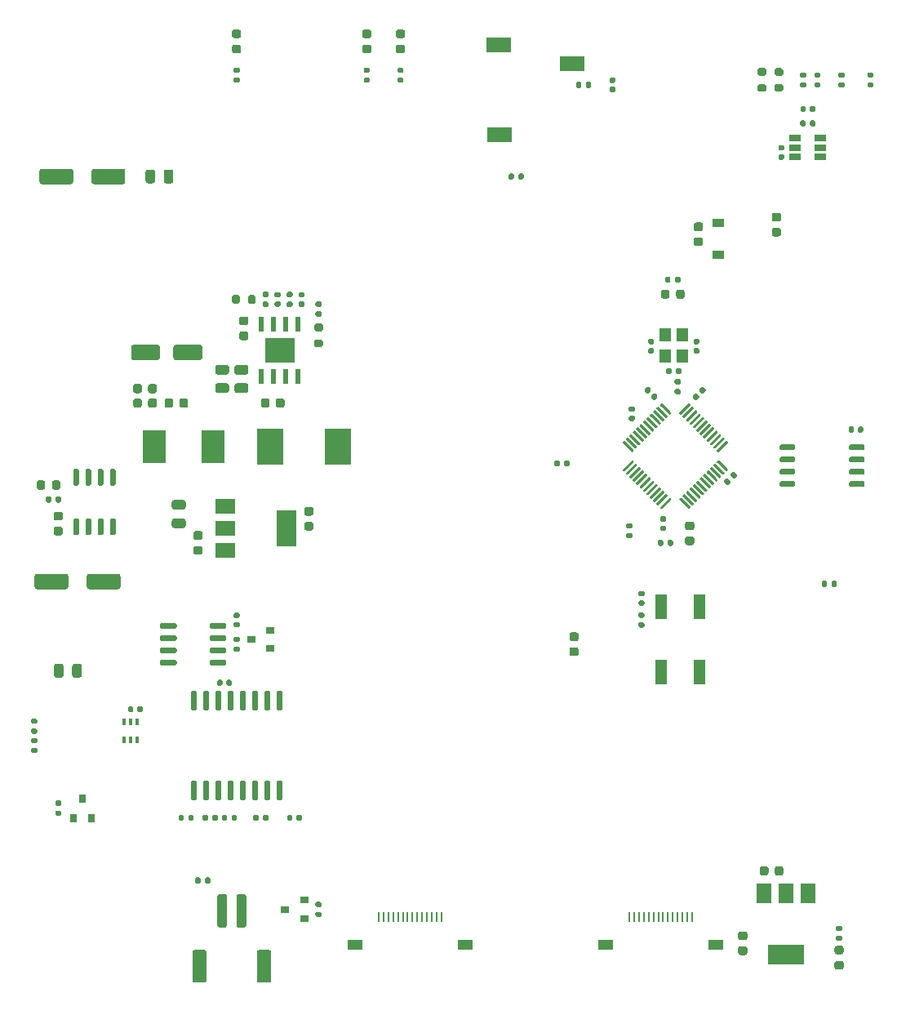
<source format=gbr>
%TF.GenerationSoftware,KiCad,Pcbnew,5.1.9-73d0e3b20d~88~ubuntu18.04.1*%
%TF.CreationDate,2020-12-31T09:15:49+01:00*%
%TF.ProjectId,frontpanel_dev_adapter,66726f6e-7470-4616-9e65-6c5f6465765f,r0.1*%
%TF.SameCoordinates,PX2faf080PY2faf080*%
%TF.FileFunction,Paste,Top*%
%TF.FilePolarity,Positive*%
%FSLAX46Y46*%
G04 Gerber Fmt 4.6, Leading zero omitted, Abs format (unit mm)*
G04 Created by KiCad (PCBNEW 5.1.9-73d0e3b20d~88~ubuntu18.04.1) date 2020-12-31 09:15:49*
%MOMM*%
%LPD*%
G01*
G04 APERTURE LIST*
%ADD10R,2.600000X1.500000*%
%ADD11R,0.800000X0.900000*%
%ADD12R,0.900000X0.800000*%
%ADD13R,0.400000X0.650000*%
%ADD14R,1.200000X0.900000*%
%ADD15R,1.200000X1.400000*%
%ADD16R,1.220000X0.650000*%
%ADD17R,2.000000X1.500000*%
%ADD18R,2.000000X3.800000*%
%ADD19R,1.500000X2.000000*%
%ADD20R,3.800000X2.000000*%
%ADD21R,0.600000X1.550000*%
%ADD22R,3.100000X2.600000*%
%ADD23R,1.200000X2.550000*%
%ADD24R,2.350000X3.500000*%
%ADD25R,1.600000X1.040000*%
%ADD26R,0.210000X1.050000*%
%ADD27R,2.750000X3.800000*%
G04 APERTURE END LIST*
%TO.C,C401*%
G36*
G01*
X4050000Y-66775000D02*
X4050000Y-67725000D01*
G75*
G02*
X3800000Y-67975000I-250000J0D01*
G01*
X3300000Y-67975000D01*
G75*
G02*
X3050000Y-67725000I0J250000D01*
G01*
X3050000Y-66775000D01*
G75*
G02*
X3300000Y-66525000I250000J0D01*
G01*
X3800000Y-66525000D01*
G75*
G02*
X4050000Y-66775000I0J-250000D01*
G01*
G37*
G36*
G01*
X5950000Y-66775000D02*
X5950000Y-67725000D01*
G75*
G02*
X5700000Y-67975000I-250000J0D01*
G01*
X5200000Y-67975000D01*
G75*
G02*
X4950000Y-67725000I0J250000D01*
G01*
X4950000Y-66775000D01*
G75*
G02*
X5200000Y-66525000I250000J0D01*
G01*
X5700000Y-66525000D01*
G75*
G02*
X5950000Y-66775000I0J-250000D01*
G01*
G37*
%TD*%
%TO.C,C217*%
G36*
G01*
X14450000Y-16475000D02*
X14450000Y-15525000D01*
G75*
G02*
X14700000Y-15275000I250000J0D01*
G01*
X15200000Y-15275000D01*
G75*
G02*
X15450000Y-15525000I0J-250000D01*
G01*
X15450000Y-16475000D01*
G75*
G02*
X15200000Y-16725000I-250000J0D01*
G01*
X14700000Y-16725000D01*
G75*
G02*
X14450000Y-16475000I0J250000D01*
G01*
G37*
G36*
G01*
X12550000Y-16475000D02*
X12550000Y-15525000D01*
G75*
G02*
X12800000Y-15275000I250000J0D01*
G01*
X13300000Y-15275000D01*
G75*
G02*
X13550000Y-15525000I0J-250000D01*
G01*
X13550000Y-16475000D01*
G75*
G02*
X13300000Y-16725000I-250000J0D01*
G01*
X12800000Y-16725000D01*
G75*
G02*
X12550000Y-16475000I0J250000D01*
G01*
G37*
%TD*%
%TO.C,C215*%
G36*
G01*
X15525000Y-51450000D02*
X16475000Y-51450000D01*
G75*
G02*
X16725000Y-51700000I0J-250000D01*
G01*
X16725000Y-52200000D01*
G75*
G02*
X16475000Y-52450000I-250000J0D01*
G01*
X15525000Y-52450000D01*
G75*
G02*
X15275000Y-52200000I0J250000D01*
G01*
X15275000Y-51700000D01*
G75*
G02*
X15525000Y-51450000I250000J0D01*
G01*
G37*
G36*
G01*
X15525000Y-49550000D02*
X16475000Y-49550000D01*
G75*
G02*
X16725000Y-49800000I0J-250000D01*
G01*
X16725000Y-50300000D01*
G75*
G02*
X16475000Y-50550000I-250000J0D01*
G01*
X15525000Y-50550000D01*
G75*
G02*
X15275000Y-50300000I0J250000D01*
G01*
X15275000Y-49800000D01*
G75*
G02*
X15525000Y-49550000I250000J0D01*
G01*
G37*
%TD*%
D10*
%TO.C,J504*%
X49150000Y-2400000D03*
X56850000Y-4300000D03*
X49250000Y-11700000D03*
%TD*%
%TO.C,C517*%
G36*
G01*
X20950000Y-68670000D02*
X20950000Y-68330000D01*
G75*
G02*
X21090000Y-68190000I140000J0D01*
G01*
X21370000Y-68190000D01*
G75*
G02*
X21510000Y-68330000I0J-140000D01*
G01*
X21510000Y-68670000D01*
G75*
G02*
X21370000Y-68810000I-140000J0D01*
G01*
X21090000Y-68810000D01*
G75*
G02*
X20950000Y-68670000I0J140000D01*
G01*
G37*
G36*
G01*
X19990000Y-68670000D02*
X19990000Y-68330000D01*
G75*
G02*
X20130000Y-68190000I140000J0D01*
G01*
X20410000Y-68190000D01*
G75*
G02*
X20550000Y-68330000I0J-140000D01*
G01*
X20550000Y-68670000D01*
G75*
G02*
X20410000Y-68810000I-140000J0D01*
G01*
X20130000Y-68810000D01*
G75*
G02*
X19990000Y-68670000I0J140000D01*
G01*
G37*
%TD*%
%TO.C,U504*%
G36*
G01*
X17705000Y-71375000D02*
X17405000Y-71375000D01*
G75*
G02*
X17255000Y-71225000I0J150000D01*
G01*
X17255000Y-69475000D01*
G75*
G02*
X17405000Y-69325000I150000J0D01*
G01*
X17705000Y-69325000D01*
G75*
G02*
X17855000Y-69475000I0J-150000D01*
G01*
X17855000Y-71225000D01*
G75*
G02*
X17705000Y-71375000I-150000J0D01*
G01*
G37*
G36*
G01*
X18975000Y-71375000D02*
X18675000Y-71375000D01*
G75*
G02*
X18525000Y-71225000I0J150000D01*
G01*
X18525000Y-69475000D01*
G75*
G02*
X18675000Y-69325000I150000J0D01*
G01*
X18975000Y-69325000D01*
G75*
G02*
X19125000Y-69475000I0J-150000D01*
G01*
X19125000Y-71225000D01*
G75*
G02*
X18975000Y-71375000I-150000J0D01*
G01*
G37*
G36*
G01*
X20245000Y-71375000D02*
X19945000Y-71375000D01*
G75*
G02*
X19795000Y-71225000I0J150000D01*
G01*
X19795000Y-69475000D01*
G75*
G02*
X19945000Y-69325000I150000J0D01*
G01*
X20245000Y-69325000D01*
G75*
G02*
X20395000Y-69475000I0J-150000D01*
G01*
X20395000Y-71225000D01*
G75*
G02*
X20245000Y-71375000I-150000J0D01*
G01*
G37*
G36*
G01*
X21515000Y-71375000D02*
X21215000Y-71375000D01*
G75*
G02*
X21065000Y-71225000I0J150000D01*
G01*
X21065000Y-69475000D01*
G75*
G02*
X21215000Y-69325000I150000J0D01*
G01*
X21515000Y-69325000D01*
G75*
G02*
X21665000Y-69475000I0J-150000D01*
G01*
X21665000Y-71225000D01*
G75*
G02*
X21515000Y-71375000I-150000J0D01*
G01*
G37*
G36*
G01*
X22785000Y-71375000D02*
X22485000Y-71375000D01*
G75*
G02*
X22335000Y-71225000I0J150000D01*
G01*
X22335000Y-69475000D01*
G75*
G02*
X22485000Y-69325000I150000J0D01*
G01*
X22785000Y-69325000D01*
G75*
G02*
X22935000Y-69475000I0J-150000D01*
G01*
X22935000Y-71225000D01*
G75*
G02*
X22785000Y-71375000I-150000J0D01*
G01*
G37*
G36*
G01*
X24055000Y-71375000D02*
X23755000Y-71375000D01*
G75*
G02*
X23605000Y-71225000I0J150000D01*
G01*
X23605000Y-69475000D01*
G75*
G02*
X23755000Y-69325000I150000J0D01*
G01*
X24055000Y-69325000D01*
G75*
G02*
X24205000Y-69475000I0J-150000D01*
G01*
X24205000Y-71225000D01*
G75*
G02*
X24055000Y-71375000I-150000J0D01*
G01*
G37*
G36*
G01*
X25325000Y-71375000D02*
X25025000Y-71375000D01*
G75*
G02*
X24875000Y-71225000I0J150000D01*
G01*
X24875000Y-69475000D01*
G75*
G02*
X25025000Y-69325000I150000J0D01*
G01*
X25325000Y-69325000D01*
G75*
G02*
X25475000Y-69475000I0J-150000D01*
G01*
X25475000Y-71225000D01*
G75*
G02*
X25325000Y-71375000I-150000J0D01*
G01*
G37*
G36*
G01*
X26595000Y-71375000D02*
X26295000Y-71375000D01*
G75*
G02*
X26145000Y-71225000I0J150000D01*
G01*
X26145000Y-69475000D01*
G75*
G02*
X26295000Y-69325000I150000J0D01*
G01*
X26595000Y-69325000D01*
G75*
G02*
X26745000Y-69475000I0J-150000D01*
G01*
X26745000Y-71225000D01*
G75*
G02*
X26595000Y-71375000I-150000J0D01*
G01*
G37*
G36*
G01*
X26595000Y-80675000D02*
X26295000Y-80675000D01*
G75*
G02*
X26145000Y-80525000I0J150000D01*
G01*
X26145000Y-78775000D01*
G75*
G02*
X26295000Y-78625000I150000J0D01*
G01*
X26595000Y-78625000D01*
G75*
G02*
X26745000Y-78775000I0J-150000D01*
G01*
X26745000Y-80525000D01*
G75*
G02*
X26595000Y-80675000I-150000J0D01*
G01*
G37*
G36*
G01*
X25325000Y-80675000D02*
X25025000Y-80675000D01*
G75*
G02*
X24875000Y-80525000I0J150000D01*
G01*
X24875000Y-78775000D01*
G75*
G02*
X25025000Y-78625000I150000J0D01*
G01*
X25325000Y-78625000D01*
G75*
G02*
X25475000Y-78775000I0J-150000D01*
G01*
X25475000Y-80525000D01*
G75*
G02*
X25325000Y-80675000I-150000J0D01*
G01*
G37*
G36*
G01*
X24055000Y-80675000D02*
X23755000Y-80675000D01*
G75*
G02*
X23605000Y-80525000I0J150000D01*
G01*
X23605000Y-78775000D01*
G75*
G02*
X23755000Y-78625000I150000J0D01*
G01*
X24055000Y-78625000D01*
G75*
G02*
X24205000Y-78775000I0J-150000D01*
G01*
X24205000Y-80525000D01*
G75*
G02*
X24055000Y-80675000I-150000J0D01*
G01*
G37*
G36*
G01*
X22785000Y-80675000D02*
X22485000Y-80675000D01*
G75*
G02*
X22335000Y-80525000I0J150000D01*
G01*
X22335000Y-78775000D01*
G75*
G02*
X22485000Y-78625000I150000J0D01*
G01*
X22785000Y-78625000D01*
G75*
G02*
X22935000Y-78775000I0J-150000D01*
G01*
X22935000Y-80525000D01*
G75*
G02*
X22785000Y-80675000I-150000J0D01*
G01*
G37*
G36*
G01*
X21515000Y-80675000D02*
X21215000Y-80675000D01*
G75*
G02*
X21065000Y-80525000I0J150000D01*
G01*
X21065000Y-78775000D01*
G75*
G02*
X21215000Y-78625000I150000J0D01*
G01*
X21515000Y-78625000D01*
G75*
G02*
X21665000Y-78775000I0J-150000D01*
G01*
X21665000Y-80525000D01*
G75*
G02*
X21515000Y-80675000I-150000J0D01*
G01*
G37*
G36*
G01*
X20245000Y-80675000D02*
X19945000Y-80675000D01*
G75*
G02*
X19795000Y-80525000I0J150000D01*
G01*
X19795000Y-78775000D01*
G75*
G02*
X19945000Y-78625000I150000J0D01*
G01*
X20245000Y-78625000D01*
G75*
G02*
X20395000Y-78775000I0J-150000D01*
G01*
X20395000Y-80525000D01*
G75*
G02*
X20245000Y-80675000I-150000J0D01*
G01*
G37*
G36*
G01*
X18975000Y-80675000D02*
X18675000Y-80675000D01*
G75*
G02*
X18525000Y-80525000I0J150000D01*
G01*
X18525000Y-78775000D01*
G75*
G02*
X18675000Y-78625000I150000J0D01*
G01*
X18975000Y-78625000D01*
G75*
G02*
X19125000Y-78775000I0J-150000D01*
G01*
X19125000Y-80525000D01*
G75*
G02*
X18975000Y-80675000I-150000J0D01*
G01*
G37*
G36*
G01*
X17705000Y-80675000D02*
X17405000Y-80675000D01*
G75*
G02*
X17255000Y-80525000I0J150000D01*
G01*
X17255000Y-78775000D01*
G75*
G02*
X17405000Y-78625000I150000J0D01*
G01*
X17705000Y-78625000D01*
G75*
G02*
X17855000Y-78775000I0J-150000D01*
G01*
X17855000Y-80525000D01*
G75*
G02*
X17705000Y-80675000I-150000J0D01*
G01*
G37*
%TD*%
D11*
%TO.C,Q401*%
X6000000Y-80500000D03*
X6950000Y-82500000D03*
X5050000Y-82500000D03*
%TD*%
D12*
%TO.C,Q301*%
X27000000Y-92000000D03*
X29000000Y-91050000D03*
X29000000Y-92950000D03*
%TD*%
D13*
%TO.C,U401*%
X10350000Y-72550000D03*
X11650000Y-72550000D03*
X11000000Y-74450000D03*
X11000000Y-72550000D03*
X11650000Y-74450000D03*
X10350000Y-74450000D03*
%TD*%
%TO.C,C516*%
G36*
G01*
X77750000Y-21325000D02*
X78250000Y-21325000D01*
G75*
G02*
X78475000Y-21550000I0J-225000D01*
G01*
X78475000Y-22000000D01*
G75*
G02*
X78250000Y-22225000I-225000J0D01*
G01*
X77750000Y-22225000D01*
G75*
G02*
X77525000Y-22000000I0J225000D01*
G01*
X77525000Y-21550000D01*
G75*
G02*
X77750000Y-21325000I225000J0D01*
G01*
G37*
G36*
G01*
X77750000Y-19775000D02*
X78250000Y-19775000D01*
G75*
G02*
X78475000Y-20000000I0J-225000D01*
G01*
X78475000Y-20450000D01*
G75*
G02*
X78250000Y-20675000I-225000J0D01*
G01*
X77750000Y-20675000D01*
G75*
G02*
X77525000Y-20450000I0J225000D01*
G01*
X77525000Y-20000000D01*
G75*
G02*
X77750000Y-19775000I225000J0D01*
G01*
G37*
%TD*%
%TO.C,C505*%
G36*
G01*
X64170000Y-59550000D02*
X63830000Y-59550000D01*
G75*
G02*
X63690000Y-59410000I0J140000D01*
G01*
X63690000Y-59130000D01*
G75*
G02*
X63830000Y-58990000I140000J0D01*
G01*
X64170000Y-58990000D01*
G75*
G02*
X64310000Y-59130000I0J-140000D01*
G01*
X64310000Y-59410000D01*
G75*
G02*
X64170000Y-59550000I-140000J0D01*
G01*
G37*
G36*
G01*
X64170000Y-60510000D02*
X63830000Y-60510000D01*
G75*
G02*
X63690000Y-60370000I0J140000D01*
G01*
X63690000Y-60090000D01*
G75*
G02*
X63830000Y-59950000I140000J0D01*
G01*
X64170000Y-59950000D01*
G75*
G02*
X64310000Y-60090000I0J-140000D01*
G01*
X64310000Y-60370000D01*
G75*
G02*
X64170000Y-60510000I-140000J0D01*
G01*
G37*
%TD*%
%TO.C,R514*%
G36*
G01*
X67935000Y-37560000D02*
X67565000Y-37560000D01*
G75*
G02*
X67430000Y-37425000I0J135000D01*
G01*
X67430000Y-37155000D01*
G75*
G02*
X67565000Y-37020000I135000J0D01*
G01*
X67935000Y-37020000D01*
G75*
G02*
X68070000Y-37155000I0J-135000D01*
G01*
X68070000Y-37425000D01*
G75*
G02*
X67935000Y-37560000I-135000J0D01*
G01*
G37*
G36*
G01*
X67935000Y-38580000D02*
X67565000Y-38580000D01*
G75*
G02*
X67430000Y-38445000I0J135000D01*
G01*
X67430000Y-38175000D01*
G75*
G02*
X67565000Y-38040000I135000J0D01*
G01*
X67935000Y-38040000D01*
G75*
G02*
X68070000Y-38175000I0J-135000D01*
G01*
X68070000Y-38445000D01*
G75*
G02*
X67935000Y-38580000I-135000J0D01*
G01*
G37*
%TD*%
%TO.C,R513*%
G36*
G01*
X66260000Y-53815000D02*
X66260000Y-54185000D01*
G75*
G02*
X66125000Y-54320000I-135000J0D01*
G01*
X65855000Y-54320000D01*
G75*
G02*
X65720000Y-54185000I0J135000D01*
G01*
X65720000Y-53815000D01*
G75*
G02*
X65855000Y-53680000I135000J0D01*
G01*
X66125000Y-53680000D01*
G75*
G02*
X66260000Y-53815000I0J-135000D01*
G01*
G37*
G36*
G01*
X67280000Y-53815000D02*
X67280000Y-54185000D01*
G75*
G02*
X67145000Y-54320000I-135000J0D01*
G01*
X66875000Y-54320000D01*
G75*
G02*
X66740000Y-54185000I0J135000D01*
G01*
X66740000Y-53815000D01*
G75*
G02*
X66875000Y-53680000I135000J0D01*
G01*
X67145000Y-53680000D01*
G75*
G02*
X67280000Y-53815000I0J-135000D01*
G01*
G37*
%TD*%
%TO.C,R512*%
G36*
G01*
X21815000Y-64740000D02*
X22185000Y-64740000D01*
G75*
G02*
X22320000Y-64875000I0J-135000D01*
G01*
X22320000Y-65145000D01*
G75*
G02*
X22185000Y-65280000I-135000J0D01*
G01*
X21815000Y-65280000D01*
G75*
G02*
X21680000Y-65145000I0J135000D01*
G01*
X21680000Y-64875000D01*
G75*
G02*
X21815000Y-64740000I135000J0D01*
G01*
G37*
G36*
G01*
X21815000Y-63720000D02*
X22185000Y-63720000D01*
G75*
G02*
X22320000Y-63855000I0J-135000D01*
G01*
X22320000Y-64125000D01*
G75*
G02*
X22185000Y-64260000I-135000J0D01*
G01*
X21815000Y-64260000D01*
G75*
G02*
X21680000Y-64125000I0J135000D01*
G01*
X21680000Y-63855000D01*
G75*
G02*
X21815000Y-63720000I135000J0D01*
G01*
G37*
%TD*%
%TO.C,R511*%
G36*
G01*
X21490000Y-82685000D02*
X21490000Y-82315000D01*
G75*
G02*
X21625000Y-82180000I135000J0D01*
G01*
X21895000Y-82180000D01*
G75*
G02*
X22030000Y-82315000I0J-135000D01*
G01*
X22030000Y-82685000D01*
G75*
G02*
X21895000Y-82820000I-135000J0D01*
G01*
X21625000Y-82820000D01*
G75*
G02*
X21490000Y-82685000I0J135000D01*
G01*
G37*
G36*
G01*
X20470000Y-82685000D02*
X20470000Y-82315000D01*
G75*
G02*
X20605000Y-82180000I135000J0D01*
G01*
X20875000Y-82180000D01*
G75*
G02*
X21010000Y-82315000I0J-135000D01*
G01*
X21010000Y-82685000D01*
G75*
G02*
X20875000Y-82820000I-135000J0D01*
G01*
X20605000Y-82820000D01*
G75*
G02*
X20470000Y-82685000I0J135000D01*
G01*
G37*
%TD*%
%TO.C,R510*%
G36*
G01*
X24260000Y-82315000D02*
X24260000Y-82685000D01*
G75*
G02*
X24125000Y-82820000I-135000J0D01*
G01*
X23855000Y-82820000D01*
G75*
G02*
X23720000Y-82685000I0J135000D01*
G01*
X23720000Y-82315000D01*
G75*
G02*
X23855000Y-82180000I135000J0D01*
G01*
X24125000Y-82180000D01*
G75*
G02*
X24260000Y-82315000I0J-135000D01*
G01*
G37*
G36*
G01*
X25280000Y-82315000D02*
X25280000Y-82685000D01*
G75*
G02*
X25145000Y-82820000I-135000J0D01*
G01*
X24875000Y-82820000D01*
G75*
G02*
X24740000Y-82685000I0J135000D01*
G01*
X24740000Y-82315000D01*
G75*
G02*
X24875000Y-82180000I135000J0D01*
G01*
X25145000Y-82180000D01*
G75*
G02*
X25280000Y-82315000I0J-135000D01*
G01*
G37*
%TD*%
%TO.C,R509*%
G36*
G01*
X16520000Y-82315000D02*
X16520000Y-82685000D01*
G75*
G02*
X16385000Y-82820000I-135000J0D01*
G01*
X16115000Y-82820000D01*
G75*
G02*
X15980000Y-82685000I0J135000D01*
G01*
X15980000Y-82315000D01*
G75*
G02*
X16115000Y-82180000I135000J0D01*
G01*
X16385000Y-82180000D01*
G75*
G02*
X16520000Y-82315000I0J-135000D01*
G01*
G37*
G36*
G01*
X17540000Y-82315000D02*
X17540000Y-82685000D01*
G75*
G02*
X17405000Y-82820000I-135000J0D01*
G01*
X17135000Y-82820000D01*
G75*
G02*
X17000000Y-82685000I0J135000D01*
G01*
X17000000Y-82315000D01*
G75*
G02*
X17135000Y-82180000I135000J0D01*
G01*
X17405000Y-82180000D01*
G75*
G02*
X17540000Y-82315000I0J-135000D01*
G01*
G37*
%TD*%
%TO.C,R508*%
G36*
G01*
X19010000Y-82315000D02*
X19010000Y-82685000D01*
G75*
G02*
X18875000Y-82820000I-135000J0D01*
G01*
X18605000Y-82820000D01*
G75*
G02*
X18470000Y-82685000I0J135000D01*
G01*
X18470000Y-82315000D01*
G75*
G02*
X18605000Y-82180000I135000J0D01*
G01*
X18875000Y-82180000D01*
G75*
G02*
X19010000Y-82315000I0J-135000D01*
G01*
G37*
G36*
G01*
X20030000Y-82315000D02*
X20030000Y-82685000D01*
G75*
G02*
X19895000Y-82820000I-135000J0D01*
G01*
X19625000Y-82820000D01*
G75*
G02*
X19490000Y-82685000I0J135000D01*
G01*
X19490000Y-82315000D01*
G75*
G02*
X19625000Y-82180000I135000J0D01*
G01*
X19895000Y-82180000D01*
G75*
G02*
X20030000Y-82315000I0J-135000D01*
G01*
G37*
%TD*%
%TO.C,R507*%
G36*
G01*
X50760000Y-15815000D02*
X50760000Y-16185000D01*
G75*
G02*
X50625000Y-16320000I-135000J0D01*
G01*
X50355000Y-16320000D01*
G75*
G02*
X50220000Y-16185000I0J135000D01*
G01*
X50220000Y-15815000D01*
G75*
G02*
X50355000Y-15680000I135000J0D01*
G01*
X50625000Y-15680000D01*
G75*
G02*
X50760000Y-15815000I0J-135000D01*
G01*
G37*
G36*
G01*
X51780000Y-15815000D02*
X51780000Y-16185000D01*
G75*
G02*
X51645000Y-16320000I-135000J0D01*
G01*
X51375000Y-16320000D01*
G75*
G02*
X51240000Y-16185000I0J135000D01*
G01*
X51240000Y-15815000D01*
G75*
G02*
X51375000Y-15680000I135000J0D01*
G01*
X51645000Y-15680000D01*
G75*
G02*
X51780000Y-15815000I0J-135000D01*
G01*
G37*
%TD*%
%TO.C,R506*%
G36*
G01*
X57760000Y-6315000D02*
X57760000Y-6685000D01*
G75*
G02*
X57625000Y-6820000I-135000J0D01*
G01*
X57355000Y-6820000D01*
G75*
G02*
X57220000Y-6685000I0J135000D01*
G01*
X57220000Y-6315000D01*
G75*
G02*
X57355000Y-6180000I135000J0D01*
G01*
X57625000Y-6180000D01*
G75*
G02*
X57760000Y-6315000I0J-135000D01*
G01*
G37*
G36*
G01*
X58780000Y-6315000D02*
X58780000Y-6685000D01*
G75*
G02*
X58645000Y-6820000I-135000J0D01*
G01*
X58375000Y-6820000D01*
G75*
G02*
X58240000Y-6685000I0J135000D01*
G01*
X58240000Y-6315000D01*
G75*
G02*
X58375000Y-6180000I135000J0D01*
G01*
X58645000Y-6180000D01*
G75*
G02*
X58780000Y-6315000I0J-135000D01*
G01*
G37*
%TD*%
%TO.C,R505*%
G36*
G01*
X67490000Y-26885000D02*
X67490000Y-26515000D01*
G75*
G02*
X67625000Y-26380000I135000J0D01*
G01*
X67895000Y-26380000D01*
G75*
G02*
X68030000Y-26515000I0J-135000D01*
G01*
X68030000Y-26885000D01*
G75*
G02*
X67895000Y-27020000I-135000J0D01*
G01*
X67625000Y-27020000D01*
G75*
G02*
X67490000Y-26885000I0J135000D01*
G01*
G37*
G36*
G01*
X66470000Y-26885000D02*
X66470000Y-26515000D01*
G75*
G02*
X66605000Y-26380000I135000J0D01*
G01*
X66875000Y-26380000D01*
G75*
G02*
X67010000Y-26515000I0J-135000D01*
G01*
X67010000Y-26885000D01*
G75*
G02*
X66875000Y-27020000I-135000J0D01*
G01*
X66605000Y-27020000D01*
G75*
G02*
X66470000Y-26885000I0J135000D01*
G01*
G37*
%TD*%
%TO.C,R504*%
G36*
G01*
X62565000Y-52990000D02*
X62935000Y-52990000D01*
G75*
G02*
X63070000Y-53125000I0J-135000D01*
G01*
X63070000Y-53395000D01*
G75*
G02*
X62935000Y-53530000I-135000J0D01*
G01*
X62565000Y-53530000D01*
G75*
G02*
X62430000Y-53395000I0J135000D01*
G01*
X62430000Y-53125000D01*
G75*
G02*
X62565000Y-52990000I135000J0D01*
G01*
G37*
G36*
G01*
X62565000Y-51970000D02*
X62935000Y-51970000D01*
G75*
G02*
X63070000Y-52105000I0J-135000D01*
G01*
X63070000Y-52375000D01*
G75*
G02*
X62935000Y-52510000I-135000J0D01*
G01*
X62565000Y-52510000D01*
G75*
G02*
X62430000Y-52375000I0J135000D01*
G01*
X62430000Y-52105000D01*
G75*
G02*
X62565000Y-51970000I135000J0D01*
G01*
G37*
%TD*%
%TO.C,R503*%
G36*
G01*
X67590000Y-36385000D02*
X67590000Y-36015000D01*
G75*
G02*
X67725000Y-35880000I135000J0D01*
G01*
X67995000Y-35880000D01*
G75*
G02*
X68130000Y-36015000I0J-135000D01*
G01*
X68130000Y-36385000D01*
G75*
G02*
X67995000Y-36520000I-135000J0D01*
G01*
X67725000Y-36520000D01*
G75*
G02*
X67590000Y-36385000I0J135000D01*
G01*
G37*
G36*
G01*
X66570000Y-36385000D02*
X66570000Y-36015000D01*
G75*
G02*
X66705000Y-35880000I135000J0D01*
G01*
X66975000Y-35880000D01*
G75*
G02*
X67110000Y-36015000I0J-135000D01*
G01*
X67110000Y-36385000D01*
G75*
G02*
X66975000Y-36520000I-135000J0D01*
G01*
X66705000Y-36520000D01*
G75*
G02*
X66570000Y-36385000I0J135000D01*
G01*
G37*
%TD*%
%TO.C,R502*%
G36*
G01*
X55510000Y-45565000D02*
X55510000Y-45935000D01*
G75*
G02*
X55375000Y-46070000I-135000J0D01*
G01*
X55105000Y-46070000D01*
G75*
G02*
X54970000Y-45935000I0J135000D01*
G01*
X54970000Y-45565000D01*
G75*
G02*
X55105000Y-45430000I135000J0D01*
G01*
X55375000Y-45430000D01*
G75*
G02*
X55510000Y-45565000I0J-135000D01*
G01*
G37*
G36*
G01*
X56530000Y-45565000D02*
X56530000Y-45935000D01*
G75*
G02*
X56395000Y-46070000I-135000J0D01*
G01*
X56125000Y-46070000D01*
G75*
G02*
X55990000Y-45935000I0J135000D01*
G01*
X55990000Y-45565000D01*
G75*
G02*
X56125000Y-45430000I135000J0D01*
G01*
X56395000Y-45430000D01*
G75*
G02*
X56530000Y-45565000I0J-135000D01*
G01*
G37*
%TD*%
%TO.C,R501*%
G36*
G01*
X64185000Y-61760000D02*
X63815000Y-61760000D01*
G75*
G02*
X63680000Y-61625000I0J135000D01*
G01*
X63680000Y-61355000D01*
G75*
G02*
X63815000Y-61220000I135000J0D01*
G01*
X64185000Y-61220000D01*
G75*
G02*
X64320000Y-61355000I0J-135000D01*
G01*
X64320000Y-61625000D01*
G75*
G02*
X64185000Y-61760000I-135000J0D01*
G01*
G37*
G36*
G01*
X64185000Y-62780000D02*
X63815000Y-62780000D01*
G75*
G02*
X63680000Y-62645000I0J135000D01*
G01*
X63680000Y-62375000D01*
G75*
G02*
X63815000Y-62240000I135000J0D01*
G01*
X64185000Y-62240000D01*
G75*
G02*
X64320000Y-62375000I0J-135000D01*
G01*
X64320000Y-62645000D01*
G75*
G02*
X64185000Y-62780000I-135000J0D01*
G01*
G37*
%TD*%
%TO.C,R403*%
G36*
G01*
X3315000Y-81740000D02*
X3685000Y-81740000D01*
G75*
G02*
X3820000Y-81875000I0J-135000D01*
G01*
X3820000Y-82145000D01*
G75*
G02*
X3685000Y-82280000I-135000J0D01*
G01*
X3315000Y-82280000D01*
G75*
G02*
X3180000Y-82145000I0J135000D01*
G01*
X3180000Y-81875000D01*
G75*
G02*
X3315000Y-81740000I135000J0D01*
G01*
G37*
G36*
G01*
X3315000Y-80720000D02*
X3685000Y-80720000D01*
G75*
G02*
X3820000Y-80855000I0J-135000D01*
G01*
X3820000Y-81125000D01*
G75*
G02*
X3685000Y-81260000I-135000J0D01*
G01*
X3315000Y-81260000D01*
G75*
G02*
X3180000Y-81125000I0J135000D01*
G01*
X3180000Y-80855000D01*
G75*
G02*
X3315000Y-80720000I135000J0D01*
G01*
G37*
%TD*%
%TO.C,R402*%
G36*
G01*
X1185000Y-74760000D02*
X815000Y-74760000D01*
G75*
G02*
X680000Y-74625000I0J135000D01*
G01*
X680000Y-74355000D01*
G75*
G02*
X815000Y-74220000I135000J0D01*
G01*
X1185000Y-74220000D01*
G75*
G02*
X1320000Y-74355000I0J-135000D01*
G01*
X1320000Y-74625000D01*
G75*
G02*
X1185000Y-74760000I-135000J0D01*
G01*
G37*
G36*
G01*
X1185000Y-75780000D02*
X815000Y-75780000D01*
G75*
G02*
X680000Y-75645000I0J135000D01*
G01*
X680000Y-75375000D01*
G75*
G02*
X815000Y-75240000I135000J0D01*
G01*
X1185000Y-75240000D01*
G75*
G02*
X1320000Y-75375000I0J-135000D01*
G01*
X1320000Y-75645000D01*
G75*
G02*
X1185000Y-75780000I-135000J0D01*
G01*
G37*
%TD*%
%TO.C,R401*%
G36*
G01*
X1185000Y-72760000D02*
X815000Y-72760000D01*
G75*
G02*
X680000Y-72625000I0J135000D01*
G01*
X680000Y-72355000D01*
G75*
G02*
X815000Y-72220000I135000J0D01*
G01*
X1185000Y-72220000D01*
G75*
G02*
X1320000Y-72355000I0J-135000D01*
G01*
X1320000Y-72625000D01*
G75*
G02*
X1185000Y-72760000I-135000J0D01*
G01*
G37*
G36*
G01*
X1185000Y-73780000D02*
X815000Y-73780000D01*
G75*
G02*
X680000Y-73645000I0J135000D01*
G01*
X680000Y-73375000D01*
G75*
G02*
X815000Y-73240000I135000J0D01*
G01*
X1185000Y-73240000D01*
G75*
G02*
X1320000Y-73375000I0J-135000D01*
G01*
X1320000Y-73645000D01*
G75*
G02*
X1185000Y-73780000I-135000J0D01*
G01*
G37*
%TD*%
%TO.C,R309*%
G36*
G01*
X30685000Y-91760000D02*
X30315000Y-91760000D01*
G75*
G02*
X30180000Y-91625000I0J135000D01*
G01*
X30180000Y-91355000D01*
G75*
G02*
X30315000Y-91220000I135000J0D01*
G01*
X30685000Y-91220000D01*
G75*
G02*
X30820000Y-91355000I0J-135000D01*
G01*
X30820000Y-91625000D01*
G75*
G02*
X30685000Y-91760000I-135000J0D01*
G01*
G37*
G36*
G01*
X30685000Y-92780000D02*
X30315000Y-92780000D01*
G75*
G02*
X30180000Y-92645000I0J135000D01*
G01*
X30180000Y-92375000D01*
G75*
G02*
X30315000Y-92240000I135000J0D01*
G01*
X30685000Y-92240000D01*
G75*
G02*
X30820000Y-92375000I0J-135000D01*
G01*
X30820000Y-92645000D01*
G75*
G02*
X30685000Y-92780000I-135000J0D01*
G01*
G37*
%TD*%
%TO.C,R308*%
G36*
G01*
X18740000Y-89185000D02*
X18740000Y-88815000D01*
G75*
G02*
X18875000Y-88680000I135000J0D01*
G01*
X19145000Y-88680000D01*
G75*
G02*
X19280000Y-88815000I0J-135000D01*
G01*
X19280000Y-89185000D01*
G75*
G02*
X19145000Y-89320000I-135000J0D01*
G01*
X18875000Y-89320000D01*
G75*
G02*
X18740000Y-89185000I0J135000D01*
G01*
G37*
G36*
G01*
X17720000Y-89185000D02*
X17720000Y-88815000D01*
G75*
G02*
X17855000Y-88680000I135000J0D01*
G01*
X18125000Y-88680000D01*
G75*
G02*
X18260000Y-88815000I0J-135000D01*
G01*
X18260000Y-89185000D01*
G75*
G02*
X18125000Y-89320000I-135000J0D01*
G01*
X17855000Y-89320000D01*
G75*
G02*
X17720000Y-89185000I0J135000D01*
G01*
G37*
%TD*%
%TO.C,R307*%
G36*
G01*
X81010000Y-10315000D02*
X81010000Y-10685000D01*
G75*
G02*
X80875000Y-10820000I-135000J0D01*
G01*
X80605000Y-10820000D01*
G75*
G02*
X80470000Y-10685000I0J135000D01*
G01*
X80470000Y-10315000D01*
G75*
G02*
X80605000Y-10180000I135000J0D01*
G01*
X80875000Y-10180000D01*
G75*
G02*
X81010000Y-10315000I0J-135000D01*
G01*
G37*
G36*
G01*
X82030000Y-10315000D02*
X82030000Y-10685000D01*
G75*
G02*
X81895000Y-10820000I-135000J0D01*
G01*
X81625000Y-10820000D01*
G75*
G02*
X81490000Y-10685000I0J135000D01*
G01*
X81490000Y-10315000D01*
G75*
G02*
X81625000Y-10180000I135000J0D01*
G01*
X81895000Y-10180000D01*
G75*
G02*
X82030000Y-10315000I0J-135000D01*
G01*
G37*
%TD*%
%TO.C,R306*%
G36*
G01*
X80565000Y-6240000D02*
X80935000Y-6240000D01*
G75*
G02*
X81070000Y-6375000I0J-135000D01*
G01*
X81070000Y-6645000D01*
G75*
G02*
X80935000Y-6780000I-135000J0D01*
G01*
X80565000Y-6780000D01*
G75*
G02*
X80430000Y-6645000I0J135000D01*
G01*
X80430000Y-6375000D01*
G75*
G02*
X80565000Y-6240000I135000J0D01*
G01*
G37*
G36*
G01*
X80565000Y-5220000D02*
X80935000Y-5220000D01*
G75*
G02*
X81070000Y-5355000I0J-135000D01*
G01*
X81070000Y-5625000D01*
G75*
G02*
X80935000Y-5760000I-135000J0D01*
G01*
X80565000Y-5760000D01*
G75*
G02*
X80430000Y-5625000I0J135000D01*
G01*
X80430000Y-5355000D01*
G75*
G02*
X80565000Y-5220000I135000J0D01*
G01*
G37*
%TD*%
%TO.C,R303*%
G36*
G01*
X84565000Y-6240000D02*
X84935000Y-6240000D01*
G75*
G02*
X85070000Y-6375000I0J-135000D01*
G01*
X85070000Y-6645000D01*
G75*
G02*
X84935000Y-6780000I-135000J0D01*
G01*
X84565000Y-6780000D01*
G75*
G02*
X84430000Y-6645000I0J135000D01*
G01*
X84430000Y-6375000D01*
G75*
G02*
X84565000Y-6240000I135000J0D01*
G01*
G37*
G36*
G01*
X84565000Y-5220000D02*
X84935000Y-5220000D01*
G75*
G02*
X85070000Y-5355000I0J-135000D01*
G01*
X85070000Y-5625000D01*
G75*
G02*
X84935000Y-5760000I-135000J0D01*
G01*
X84565000Y-5760000D01*
G75*
G02*
X84430000Y-5625000I0J135000D01*
G01*
X84430000Y-5355000D01*
G75*
G02*
X84565000Y-5220000I135000J0D01*
G01*
G37*
%TD*%
%TO.C,R302*%
G36*
G01*
X87565000Y-6240000D02*
X87935000Y-6240000D01*
G75*
G02*
X88070000Y-6375000I0J-135000D01*
G01*
X88070000Y-6645000D01*
G75*
G02*
X87935000Y-6780000I-135000J0D01*
G01*
X87565000Y-6780000D01*
G75*
G02*
X87430000Y-6645000I0J135000D01*
G01*
X87430000Y-6375000D01*
G75*
G02*
X87565000Y-6240000I135000J0D01*
G01*
G37*
G36*
G01*
X87565000Y-5220000D02*
X87935000Y-5220000D01*
G75*
G02*
X88070000Y-5355000I0J-135000D01*
G01*
X88070000Y-5625000D01*
G75*
G02*
X87935000Y-5760000I-135000J0D01*
G01*
X87565000Y-5760000D01*
G75*
G02*
X87430000Y-5625000I0J135000D01*
G01*
X87430000Y-5355000D01*
G75*
G02*
X87565000Y-5220000I135000J0D01*
G01*
G37*
%TD*%
%TO.C,R301*%
G36*
G01*
X82065000Y-6240000D02*
X82435000Y-6240000D01*
G75*
G02*
X82570000Y-6375000I0J-135000D01*
G01*
X82570000Y-6645000D01*
G75*
G02*
X82435000Y-6780000I-135000J0D01*
G01*
X82065000Y-6780000D01*
G75*
G02*
X81930000Y-6645000I0J135000D01*
G01*
X81930000Y-6375000D01*
G75*
G02*
X82065000Y-6240000I135000J0D01*
G01*
G37*
G36*
G01*
X82065000Y-5220000D02*
X82435000Y-5220000D01*
G75*
G02*
X82570000Y-5355000I0J-135000D01*
G01*
X82570000Y-5625000D01*
G75*
G02*
X82435000Y-5760000I-135000J0D01*
G01*
X82065000Y-5760000D01*
G75*
G02*
X81930000Y-5625000I0J135000D01*
G01*
X81930000Y-5355000D01*
G75*
G02*
X82065000Y-5220000I135000J0D01*
G01*
G37*
%TD*%
%TO.C,R210*%
G36*
G01*
X84315000Y-94740000D02*
X84685000Y-94740000D01*
G75*
G02*
X84820000Y-94875000I0J-135000D01*
G01*
X84820000Y-95145000D01*
G75*
G02*
X84685000Y-95280000I-135000J0D01*
G01*
X84315000Y-95280000D01*
G75*
G02*
X84180000Y-95145000I0J135000D01*
G01*
X84180000Y-94875000D01*
G75*
G02*
X84315000Y-94740000I135000J0D01*
G01*
G37*
G36*
G01*
X84315000Y-93720000D02*
X84685000Y-93720000D01*
G75*
G02*
X84820000Y-93855000I0J-135000D01*
G01*
X84820000Y-94125000D01*
G75*
G02*
X84685000Y-94260000I-135000J0D01*
G01*
X84315000Y-94260000D01*
G75*
G02*
X84180000Y-94125000I0J135000D01*
G01*
X84180000Y-93855000D01*
G75*
G02*
X84315000Y-93720000I135000J0D01*
G01*
G37*
%TD*%
%TO.C,R209*%
G36*
G01*
X39185000Y-5260000D02*
X38815000Y-5260000D01*
G75*
G02*
X38680000Y-5125000I0J135000D01*
G01*
X38680000Y-4855000D01*
G75*
G02*
X38815000Y-4720000I135000J0D01*
G01*
X39185000Y-4720000D01*
G75*
G02*
X39320000Y-4855000I0J-135000D01*
G01*
X39320000Y-5125000D01*
G75*
G02*
X39185000Y-5260000I-135000J0D01*
G01*
G37*
G36*
G01*
X39185000Y-6280000D02*
X38815000Y-6280000D01*
G75*
G02*
X38680000Y-6145000I0J135000D01*
G01*
X38680000Y-5875000D01*
G75*
G02*
X38815000Y-5740000I135000J0D01*
G01*
X39185000Y-5740000D01*
G75*
G02*
X39320000Y-5875000I0J-135000D01*
G01*
X39320000Y-6145000D01*
G75*
G02*
X39185000Y-6280000I-135000J0D01*
G01*
G37*
%TD*%
%TO.C,R208*%
G36*
G01*
X35685000Y-5260000D02*
X35315000Y-5260000D01*
G75*
G02*
X35180000Y-5125000I0J135000D01*
G01*
X35180000Y-4855000D01*
G75*
G02*
X35315000Y-4720000I135000J0D01*
G01*
X35685000Y-4720000D01*
G75*
G02*
X35820000Y-4855000I0J-135000D01*
G01*
X35820000Y-5125000D01*
G75*
G02*
X35685000Y-5260000I-135000J0D01*
G01*
G37*
G36*
G01*
X35685000Y-6280000D02*
X35315000Y-6280000D01*
G75*
G02*
X35180000Y-6145000I0J135000D01*
G01*
X35180000Y-5875000D01*
G75*
G02*
X35315000Y-5740000I135000J0D01*
G01*
X35685000Y-5740000D01*
G75*
G02*
X35820000Y-5875000I0J-135000D01*
G01*
X35820000Y-6145000D01*
G75*
G02*
X35685000Y-6280000I-135000J0D01*
G01*
G37*
%TD*%
%TO.C,R207*%
G36*
G01*
X2760000Y-49315000D02*
X2760000Y-49685000D01*
G75*
G02*
X2625000Y-49820000I-135000J0D01*
G01*
X2355000Y-49820000D01*
G75*
G02*
X2220000Y-49685000I0J135000D01*
G01*
X2220000Y-49315000D01*
G75*
G02*
X2355000Y-49180000I135000J0D01*
G01*
X2625000Y-49180000D01*
G75*
G02*
X2760000Y-49315000I0J-135000D01*
G01*
G37*
G36*
G01*
X3780000Y-49315000D02*
X3780000Y-49685000D01*
G75*
G02*
X3645000Y-49820000I-135000J0D01*
G01*
X3375000Y-49820000D01*
G75*
G02*
X3240000Y-49685000I0J135000D01*
G01*
X3240000Y-49315000D01*
G75*
G02*
X3375000Y-49180000I135000J0D01*
G01*
X3645000Y-49180000D01*
G75*
G02*
X3780000Y-49315000I0J-135000D01*
G01*
G37*
%TD*%
%TO.C,R206*%
G36*
G01*
X22185000Y-5260000D02*
X21815000Y-5260000D01*
G75*
G02*
X21680000Y-5125000I0J135000D01*
G01*
X21680000Y-4855000D01*
G75*
G02*
X21815000Y-4720000I135000J0D01*
G01*
X22185000Y-4720000D01*
G75*
G02*
X22320000Y-4855000I0J-135000D01*
G01*
X22320000Y-5125000D01*
G75*
G02*
X22185000Y-5260000I-135000J0D01*
G01*
G37*
G36*
G01*
X22185000Y-6280000D02*
X21815000Y-6280000D01*
G75*
G02*
X21680000Y-6145000I0J135000D01*
G01*
X21680000Y-5875000D01*
G75*
G02*
X21815000Y-5740000I135000J0D01*
G01*
X22185000Y-5740000D01*
G75*
G02*
X22320000Y-5875000I0J-135000D01*
G01*
X22320000Y-6145000D01*
G75*
G02*
X22185000Y-6280000I-135000J0D01*
G01*
G37*
%TD*%
%TO.C,R204*%
G36*
G01*
X27685000Y-28510000D02*
X27315000Y-28510000D01*
G75*
G02*
X27180000Y-28375000I0J135000D01*
G01*
X27180000Y-28105000D01*
G75*
G02*
X27315000Y-27970000I135000J0D01*
G01*
X27685000Y-27970000D01*
G75*
G02*
X27820000Y-28105000I0J-135000D01*
G01*
X27820000Y-28375000D01*
G75*
G02*
X27685000Y-28510000I-135000J0D01*
G01*
G37*
G36*
G01*
X27685000Y-29530000D02*
X27315000Y-29530000D01*
G75*
G02*
X27180000Y-29395000I0J135000D01*
G01*
X27180000Y-29125000D01*
G75*
G02*
X27315000Y-28990000I135000J0D01*
G01*
X27685000Y-28990000D01*
G75*
G02*
X27820000Y-29125000I0J-135000D01*
G01*
X27820000Y-29395000D01*
G75*
G02*
X27685000Y-29530000I-135000J0D01*
G01*
G37*
%TD*%
%TO.C,R203*%
G36*
G01*
X25185000Y-28510000D02*
X24815000Y-28510000D01*
G75*
G02*
X24680000Y-28375000I0J135000D01*
G01*
X24680000Y-28105000D01*
G75*
G02*
X24815000Y-27970000I135000J0D01*
G01*
X25185000Y-27970000D01*
G75*
G02*
X25320000Y-28105000I0J-135000D01*
G01*
X25320000Y-28375000D01*
G75*
G02*
X25185000Y-28510000I-135000J0D01*
G01*
G37*
G36*
G01*
X25185000Y-29530000D02*
X24815000Y-29530000D01*
G75*
G02*
X24680000Y-29395000I0J135000D01*
G01*
X24680000Y-29125000D01*
G75*
G02*
X24815000Y-28990000I135000J0D01*
G01*
X25185000Y-28990000D01*
G75*
G02*
X25320000Y-29125000I0J-135000D01*
G01*
X25320000Y-29395000D01*
G75*
G02*
X25185000Y-29530000I-135000J0D01*
G01*
G37*
%TD*%
%TO.C,R202*%
G36*
G01*
X30315000Y-29990000D02*
X30685000Y-29990000D01*
G75*
G02*
X30820000Y-30125000I0J-135000D01*
G01*
X30820000Y-30395000D01*
G75*
G02*
X30685000Y-30530000I-135000J0D01*
G01*
X30315000Y-30530000D01*
G75*
G02*
X30180000Y-30395000I0J135000D01*
G01*
X30180000Y-30125000D01*
G75*
G02*
X30315000Y-29990000I135000J0D01*
G01*
G37*
G36*
G01*
X30315000Y-28970000D02*
X30685000Y-28970000D01*
G75*
G02*
X30820000Y-29105000I0J-135000D01*
G01*
X30820000Y-29375000D01*
G75*
G02*
X30685000Y-29510000I-135000J0D01*
G01*
X30315000Y-29510000D01*
G75*
G02*
X30180000Y-29375000I0J135000D01*
G01*
X30180000Y-29105000D01*
G75*
G02*
X30315000Y-28970000I135000J0D01*
G01*
G37*
%TD*%
%TO.C,R101*%
G36*
G01*
X83260000Y-58065000D02*
X83260000Y-58435000D01*
G75*
G02*
X83125000Y-58570000I-135000J0D01*
G01*
X82855000Y-58570000D01*
G75*
G02*
X82720000Y-58435000I0J135000D01*
G01*
X82720000Y-58065000D01*
G75*
G02*
X82855000Y-57930000I135000J0D01*
G01*
X83125000Y-57930000D01*
G75*
G02*
X83260000Y-58065000I0J-135000D01*
G01*
G37*
G36*
G01*
X84280000Y-58065000D02*
X84280000Y-58435000D01*
G75*
G02*
X84145000Y-58570000I-135000J0D01*
G01*
X83875000Y-58570000D01*
G75*
G02*
X83740000Y-58435000I0J135000D01*
G01*
X83740000Y-58065000D01*
G75*
G02*
X83875000Y-57930000I135000J0D01*
G01*
X84145000Y-57930000D01*
G75*
G02*
X84280000Y-58065000I0J-135000D01*
G01*
G37*
%TD*%
%TO.C,Q201*%
G36*
G01*
X5495000Y-53200000D02*
X5195000Y-53200000D01*
G75*
G02*
X5045000Y-53050000I0J150000D01*
G01*
X5045000Y-51600000D01*
G75*
G02*
X5195000Y-51450000I150000J0D01*
G01*
X5495000Y-51450000D01*
G75*
G02*
X5645000Y-51600000I0J-150000D01*
G01*
X5645000Y-53050000D01*
G75*
G02*
X5495000Y-53200000I-150000J0D01*
G01*
G37*
G36*
G01*
X6765000Y-53200000D02*
X6465000Y-53200000D01*
G75*
G02*
X6315000Y-53050000I0J150000D01*
G01*
X6315000Y-51600000D01*
G75*
G02*
X6465000Y-51450000I150000J0D01*
G01*
X6765000Y-51450000D01*
G75*
G02*
X6915000Y-51600000I0J-150000D01*
G01*
X6915000Y-53050000D01*
G75*
G02*
X6765000Y-53200000I-150000J0D01*
G01*
G37*
G36*
G01*
X8035000Y-53200000D02*
X7735000Y-53200000D01*
G75*
G02*
X7585000Y-53050000I0J150000D01*
G01*
X7585000Y-51600000D01*
G75*
G02*
X7735000Y-51450000I150000J0D01*
G01*
X8035000Y-51450000D01*
G75*
G02*
X8185000Y-51600000I0J-150000D01*
G01*
X8185000Y-53050000D01*
G75*
G02*
X8035000Y-53200000I-150000J0D01*
G01*
G37*
G36*
G01*
X9305000Y-53200000D02*
X9005000Y-53200000D01*
G75*
G02*
X8855000Y-53050000I0J150000D01*
G01*
X8855000Y-51600000D01*
G75*
G02*
X9005000Y-51450000I150000J0D01*
G01*
X9305000Y-51450000D01*
G75*
G02*
X9455000Y-51600000I0J-150000D01*
G01*
X9455000Y-53050000D01*
G75*
G02*
X9305000Y-53200000I-150000J0D01*
G01*
G37*
G36*
G01*
X9305000Y-48050000D02*
X9005000Y-48050000D01*
G75*
G02*
X8855000Y-47900000I0J150000D01*
G01*
X8855000Y-46450000D01*
G75*
G02*
X9005000Y-46300000I150000J0D01*
G01*
X9305000Y-46300000D01*
G75*
G02*
X9455000Y-46450000I0J-150000D01*
G01*
X9455000Y-47900000D01*
G75*
G02*
X9305000Y-48050000I-150000J0D01*
G01*
G37*
G36*
G01*
X8035000Y-48050000D02*
X7735000Y-48050000D01*
G75*
G02*
X7585000Y-47900000I0J150000D01*
G01*
X7585000Y-46450000D01*
G75*
G02*
X7735000Y-46300000I150000J0D01*
G01*
X8035000Y-46300000D01*
G75*
G02*
X8185000Y-46450000I0J-150000D01*
G01*
X8185000Y-47900000D01*
G75*
G02*
X8035000Y-48050000I-150000J0D01*
G01*
G37*
G36*
G01*
X6765000Y-48050000D02*
X6465000Y-48050000D01*
G75*
G02*
X6315000Y-47900000I0J150000D01*
G01*
X6315000Y-46450000D01*
G75*
G02*
X6465000Y-46300000I150000J0D01*
G01*
X6765000Y-46300000D01*
G75*
G02*
X6915000Y-46450000I0J-150000D01*
G01*
X6915000Y-47900000D01*
G75*
G02*
X6765000Y-48050000I-150000J0D01*
G01*
G37*
G36*
G01*
X5495000Y-48050000D02*
X5195000Y-48050000D01*
G75*
G02*
X5045000Y-47900000I0J150000D01*
G01*
X5045000Y-46450000D01*
G75*
G02*
X5195000Y-46300000I150000J0D01*
G01*
X5495000Y-46300000D01*
G75*
G02*
X5645000Y-46450000I0J-150000D01*
G01*
X5645000Y-47900000D01*
G75*
G02*
X5495000Y-48050000I-150000J0D01*
G01*
G37*
%TD*%
%TO.C,C514*%
G36*
G01*
X22170000Y-61800000D02*
X21830000Y-61800000D01*
G75*
G02*
X21690000Y-61660000I0J140000D01*
G01*
X21690000Y-61380000D01*
G75*
G02*
X21830000Y-61240000I140000J0D01*
G01*
X22170000Y-61240000D01*
G75*
G02*
X22310000Y-61380000I0J-140000D01*
G01*
X22310000Y-61660000D01*
G75*
G02*
X22170000Y-61800000I-140000J0D01*
G01*
G37*
G36*
G01*
X22170000Y-62760000D02*
X21830000Y-62760000D01*
G75*
G02*
X21690000Y-62620000I0J140000D01*
G01*
X21690000Y-62340000D01*
G75*
G02*
X21830000Y-62200000I140000J0D01*
G01*
X22170000Y-62200000D01*
G75*
G02*
X22310000Y-62340000I0J-140000D01*
G01*
X22310000Y-62620000D01*
G75*
G02*
X22170000Y-62760000I-140000J0D01*
G01*
G37*
%TD*%
%TO.C,C513*%
G36*
G01*
X28200000Y-82670000D02*
X28200000Y-82330000D01*
G75*
G02*
X28340000Y-82190000I140000J0D01*
G01*
X28620000Y-82190000D01*
G75*
G02*
X28760000Y-82330000I0J-140000D01*
G01*
X28760000Y-82670000D01*
G75*
G02*
X28620000Y-82810000I-140000J0D01*
G01*
X28340000Y-82810000D01*
G75*
G02*
X28200000Y-82670000I0J140000D01*
G01*
G37*
G36*
G01*
X27240000Y-82670000D02*
X27240000Y-82330000D01*
G75*
G02*
X27380000Y-82190000I140000J0D01*
G01*
X27660000Y-82190000D01*
G75*
G02*
X27800000Y-82330000I0J-140000D01*
G01*
X27800000Y-82670000D01*
G75*
G02*
X27660000Y-82810000I-140000J0D01*
G01*
X27380000Y-82810000D01*
G75*
G02*
X27240000Y-82670000I0J140000D01*
G01*
G37*
%TD*%
%TO.C,C512*%
G36*
G01*
X86050000Y-42080000D02*
X86050000Y-42420000D01*
G75*
G02*
X85910000Y-42560000I-140000J0D01*
G01*
X85630000Y-42560000D01*
G75*
G02*
X85490000Y-42420000I0J140000D01*
G01*
X85490000Y-42080000D01*
G75*
G02*
X85630000Y-41940000I140000J0D01*
G01*
X85910000Y-41940000D01*
G75*
G02*
X86050000Y-42080000I0J-140000D01*
G01*
G37*
G36*
G01*
X87010000Y-42080000D02*
X87010000Y-42420000D01*
G75*
G02*
X86870000Y-42560000I-140000J0D01*
G01*
X86590000Y-42560000D01*
G75*
G02*
X86450000Y-42420000I0J140000D01*
G01*
X86450000Y-42080000D01*
G75*
G02*
X86590000Y-41940000I140000J0D01*
G01*
X86870000Y-41940000D01*
G75*
G02*
X87010000Y-42080000I0J-140000D01*
G01*
G37*
%TD*%
%TO.C,C511*%
G36*
G01*
X61170000Y-6300000D02*
X60830000Y-6300000D01*
G75*
G02*
X60690000Y-6160000I0J140000D01*
G01*
X60690000Y-5880000D01*
G75*
G02*
X60830000Y-5740000I140000J0D01*
G01*
X61170000Y-5740000D01*
G75*
G02*
X61310000Y-5880000I0J-140000D01*
G01*
X61310000Y-6160000D01*
G75*
G02*
X61170000Y-6300000I-140000J0D01*
G01*
G37*
G36*
G01*
X61170000Y-7260000D02*
X60830000Y-7260000D01*
G75*
G02*
X60690000Y-7120000I0J140000D01*
G01*
X60690000Y-6840000D01*
G75*
G02*
X60830000Y-6700000I140000J0D01*
G01*
X61170000Y-6700000D01*
G75*
G02*
X61310000Y-6840000I0J-140000D01*
G01*
X61310000Y-7120000D01*
G75*
G02*
X61170000Y-7260000I-140000J0D01*
G01*
G37*
%TD*%
%TO.C,C508*%
G36*
G01*
X69870000Y-33400000D02*
X69530000Y-33400000D01*
G75*
G02*
X69390000Y-33260000I0J140000D01*
G01*
X69390000Y-32980000D01*
G75*
G02*
X69530000Y-32840000I140000J0D01*
G01*
X69870000Y-32840000D01*
G75*
G02*
X70010000Y-32980000I0J-140000D01*
G01*
X70010000Y-33260000D01*
G75*
G02*
X69870000Y-33400000I-140000J0D01*
G01*
G37*
G36*
G01*
X69870000Y-34360000D02*
X69530000Y-34360000D01*
G75*
G02*
X69390000Y-34220000I0J140000D01*
G01*
X69390000Y-33940000D01*
G75*
G02*
X69530000Y-33800000I140000J0D01*
G01*
X69870000Y-33800000D01*
G75*
G02*
X70010000Y-33940000I0J-140000D01*
G01*
X70010000Y-34220000D01*
G75*
G02*
X69870000Y-34360000I-140000J0D01*
G01*
G37*
%TD*%
%TO.C,C506*%
G36*
G01*
X64830000Y-33800000D02*
X65170000Y-33800000D01*
G75*
G02*
X65310000Y-33940000I0J-140000D01*
G01*
X65310000Y-34220000D01*
G75*
G02*
X65170000Y-34360000I-140000J0D01*
G01*
X64830000Y-34360000D01*
G75*
G02*
X64690000Y-34220000I0J140000D01*
G01*
X64690000Y-33940000D01*
G75*
G02*
X64830000Y-33800000I140000J0D01*
G01*
G37*
G36*
G01*
X64830000Y-32840000D02*
X65170000Y-32840000D01*
G75*
G02*
X65310000Y-32980000I0J-140000D01*
G01*
X65310000Y-33260000D01*
G75*
G02*
X65170000Y-33400000I-140000J0D01*
G01*
X64830000Y-33400000D01*
G75*
G02*
X64690000Y-33260000I0J140000D01*
G01*
X64690000Y-32980000D01*
G75*
G02*
X64830000Y-32840000I140000J0D01*
G01*
G37*
%TD*%
%TO.C,C402*%
G36*
G01*
X11300000Y-71080000D02*
X11300000Y-71420000D01*
G75*
G02*
X11160000Y-71560000I-140000J0D01*
G01*
X10880000Y-71560000D01*
G75*
G02*
X10740000Y-71420000I0J140000D01*
G01*
X10740000Y-71080000D01*
G75*
G02*
X10880000Y-70940000I140000J0D01*
G01*
X11160000Y-70940000D01*
G75*
G02*
X11300000Y-71080000I0J-140000D01*
G01*
G37*
G36*
G01*
X12260000Y-71080000D02*
X12260000Y-71420000D01*
G75*
G02*
X12120000Y-71560000I-140000J0D01*
G01*
X11840000Y-71560000D01*
G75*
G02*
X11700000Y-71420000I0J140000D01*
G01*
X11700000Y-71080000D01*
G75*
G02*
X11840000Y-70940000I140000J0D01*
G01*
X12120000Y-70940000D01*
G75*
G02*
X12260000Y-71080000I0J-140000D01*
G01*
G37*
%TD*%
%TO.C,C302*%
G36*
G01*
X81450000Y-9170000D02*
X81450000Y-8830000D01*
G75*
G02*
X81590000Y-8690000I140000J0D01*
G01*
X81870000Y-8690000D01*
G75*
G02*
X82010000Y-8830000I0J-140000D01*
G01*
X82010000Y-9170000D01*
G75*
G02*
X81870000Y-9310000I-140000J0D01*
G01*
X81590000Y-9310000D01*
G75*
G02*
X81450000Y-9170000I0J140000D01*
G01*
G37*
G36*
G01*
X80490000Y-9170000D02*
X80490000Y-8830000D01*
G75*
G02*
X80630000Y-8690000I140000J0D01*
G01*
X80910000Y-8690000D01*
G75*
G02*
X81050000Y-8830000I0J-140000D01*
G01*
X81050000Y-9170000D01*
G75*
G02*
X80910000Y-9310000I-140000J0D01*
G01*
X80630000Y-9310000D01*
G75*
G02*
X80490000Y-9170000I0J140000D01*
G01*
G37*
%TD*%
%TO.C,C301*%
G36*
G01*
X78670000Y-13300000D02*
X78330000Y-13300000D01*
G75*
G02*
X78190000Y-13160000I0J140000D01*
G01*
X78190000Y-12880000D01*
G75*
G02*
X78330000Y-12740000I140000J0D01*
G01*
X78670000Y-12740000D01*
G75*
G02*
X78810000Y-12880000I0J-140000D01*
G01*
X78810000Y-13160000D01*
G75*
G02*
X78670000Y-13300000I-140000J0D01*
G01*
G37*
G36*
G01*
X78670000Y-14260000D02*
X78330000Y-14260000D01*
G75*
G02*
X78190000Y-14120000I0J140000D01*
G01*
X78190000Y-13840000D01*
G75*
G02*
X78330000Y-13700000I140000J0D01*
G01*
X78670000Y-13700000D01*
G75*
G02*
X78810000Y-13840000I0J-140000D01*
G01*
X78810000Y-14120000D01*
G75*
G02*
X78670000Y-14260000I-140000J0D01*
G01*
G37*
%TD*%
%TO.C,C208*%
G36*
G01*
X22500000Y-32075000D02*
X23000000Y-32075000D01*
G75*
G02*
X23225000Y-32300000I0J-225000D01*
G01*
X23225000Y-32750000D01*
G75*
G02*
X23000000Y-32975000I-225000J0D01*
G01*
X22500000Y-32975000D01*
G75*
G02*
X22275000Y-32750000I0J225000D01*
G01*
X22275000Y-32300000D01*
G75*
G02*
X22500000Y-32075000I225000J0D01*
G01*
G37*
G36*
G01*
X22500000Y-30525000D02*
X23000000Y-30525000D01*
G75*
G02*
X23225000Y-30750000I0J-225000D01*
G01*
X23225000Y-31200000D01*
G75*
G02*
X23000000Y-31425000I-225000J0D01*
G01*
X22500000Y-31425000D01*
G75*
G02*
X22275000Y-31200000I0J225000D01*
G01*
X22275000Y-30750000D01*
G75*
G02*
X22500000Y-30525000I225000J0D01*
G01*
G37*
%TD*%
%TO.C,C203*%
G36*
G01*
X20975000Y-36550000D02*
X20025000Y-36550000D01*
G75*
G02*
X19775000Y-36300000I0J250000D01*
G01*
X19775000Y-35800000D01*
G75*
G02*
X20025000Y-35550000I250000J0D01*
G01*
X20975000Y-35550000D01*
G75*
G02*
X21225000Y-35800000I0J-250000D01*
G01*
X21225000Y-36300000D01*
G75*
G02*
X20975000Y-36550000I-250000J0D01*
G01*
G37*
G36*
G01*
X20975000Y-38450000D02*
X20025000Y-38450000D01*
G75*
G02*
X19775000Y-38200000I0J250000D01*
G01*
X19775000Y-37700000D01*
G75*
G02*
X20025000Y-37450000I250000J0D01*
G01*
X20975000Y-37450000D01*
G75*
G02*
X21225000Y-37700000I0J-250000D01*
G01*
X21225000Y-38200000D01*
G75*
G02*
X20975000Y-38450000I-250000J0D01*
G01*
G37*
%TD*%
%TO.C,C202*%
G36*
G01*
X22975000Y-36550000D02*
X22025000Y-36550000D01*
G75*
G02*
X21775000Y-36300000I0J250000D01*
G01*
X21775000Y-35800000D01*
G75*
G02*
X22025000Y-35550000I250000J0D01*
G01*
X22975000Y-35550000D01*
G75*
G02*
X23225000Y-35800000I0J-250000D01*
G01*
X23225000Y-36300000D01*
G75*
G02*
X22975000Y-36550000I-250000J0D01*
G01*
G37*
G36*
G01*
X22975000Y-38450000D02*
X22025000Y-38450000D01*
G75*
G02*
X21775000Y-38200000I0J250000D01*
G01*
X21775000Y-37700000D01*
G75*
G02*
X22025000Y-37450000I250000J0D01*
G01*
X22975000Y-37450000D01*
G75*
G02*
X23225000Y-37700000I0J-250000D01*
G01*
X23225000Y-38200000D01*
G75*
G02*
X22975000Y-38450000I-250000J0D01*
G01*
G37*
%TD*%
D14*
%TO.C,D501*%
X72000000Y-24150000D03*
X72000000Y-20850000D03*
%TD*%
%TO.C,C515*%
G36*
G01*
X70261629Y-38478787D02*
X70021213Y-38238371D01*
G75*
G02*
X70021213Y-38040381I98995J98995D01*
G01*
X70219203Y-37842391D01*
G75*
G02*
X70417193Y-37842391I98995J-98995D01*
G01*
X70657609Y-38082807D01*
G75*
G02*
X70657609Y-38280797I-98995J-98995D01*
G01*
X70459619Y-38478787D01*
G75*
G02*
X70261629Y-38478787I-98995J98995D01*
G01*
G37*
G36*
G01*
X69582807Y-39157609D02*
X69342391Y-38917193D01*
G75*
G02*
X69342391Y-38719203I98995J98995D01*
G01*
X69540381Y-38521213D01*
G75*
G02*
X69738371Y-38521213I98995J-98995D01*
G01*
X69978787Y-38761629D01*
G75*
G02*
X69978787Y-38959619I-98995J-98995D01*
G01*
X69780797Y-39157609D01*
G75*
G02*
X69582807Y-39157609I-98995J98995D01*
G01*
G37*
%TD*%
%TO.C,C504*%
G36*
G01*
X72988371Y-47321213D02*
X73228787Y-47561629D01*
G75*
G02*
X73228787Y-47759619I-98995J-98995D01*
G01*
X73030797Y-47957609D01*
G75*
G02*
X72832807Y-47957609I-98995J98995D01*
G01*
X72592391Y-47717193D01*
G75*
G02*
X72592391Y-47519203I98995J98995D01*
G01*
X72790381Y-47321213D01*
G75*
G02*
X72988371Y-47321213I98995J-98995D01*
G01*
G37*
G36*
G01*
X73667193Y-46642391D02*
X73907609Y-46882807D01*
G75*
G02*
X73907609Y-47080797I-98995J-98995D01*
G01*
X73709619Y-47278787D01*
G75*
G02*
X73511629Y-47278787I-98995J98995D01*
G01*
X73271213Y-47038371D01*
G75*
G02*
X73271213Y-46840381I98995J98995D01*
G01*
X73469203Y-46642391D01*
G75*
G02*
X73667193Y-46642391I98995J-98995D01*
G01*
G37*
%TD*%
%TO.C,C503*%
G36*
G01*
X66080000Y-52200000D02*
X66420000Y-52200000D01*
G75*
G02*
X66560000Y-52340000I0J-140000D01*
G01*
X66560000Y-52620000D01*
G75*
G02*
X66420000Y-52760000I-140000J0D01*
G01*
X66080000Y-52760000D01*
G75*
G02*
X65940000Y-52620000I0J140000D01*
G01*
X65940000Y-52340000D01*
G75*
G02*
X66080000Y-52200000I140000J0D01*
G01*
G37*
G36*
G01*
X66080000Y-51240000D02*
X66420000Y-51240000D01*
G75*
G02*
X66560000Y-51380000I0J-140000D01*
G01*
X66560000Y-51660000D01*
G75*
G02*
X66420000Y-51800000I-140000J0D01*
G01*
X66080000Y-51800000D01*
G75*
G02*
X65940000Y-51660000I0J140000D01*
G01*
X65940000Y-51380000D01*
G75*
G02*
X66080000Y-51240000I140000J0D01*
G01*
G37*
%TD*%
%TO.C,C502*%
G36*
G01*
X63170000Y-40400000D02*
X62830000Y-40400000D01*
G75*
G02*
X62690000Y-40260000I0J140000D01*
G01*
X62690000Y-39980000D01*
G75*
G02*
X62830000Y-39840000I140000J0D01*
G01*
X63170000Y-39840000D01*
G75*
G02*
X63310000Y-39980000I0J-140000D01*
G01*
X63310000Y-40260000D01*
G75*
G02*
X63170000Y-40400000I-140000J0D01*
G01*
G37*
G36*
G01*
X63170000Y-41360000D02*
X62830000Y-41360000D01*
G75*
G02*
X62690000Y-41220000I0J140000D01*
G01*
X62690000Y-40940000D01*
G75*
G02*
X62830000Y-40800000I140000J0D01*
G01*
X63170000Y-40800000D01*
G75*
G02*
X63310000Y-40940000I0J-140000D01*
G01*
X63310000Y-41220000D01*
G75*
G02*
X63170000Y-41360000I-140000J0D01*
G01*
G37*
%TD*%
%TO.C,C501*%
G36*
G01*
X64978787Y-38238371D02*
X64738371Y-38478787D01*
G75*
G02*
X64540381Y-38478787I-98995J98995D01*
G01*
X64342391Y-38280797D01*
G75*
G02*
X64342391Y-38082807I98995J98995D01*
G01*
X64582807Y-37842391D01*
G75*
G02*
X64780797Y-37842391I98995J-98995D01*
G01*
X64978787Y-38040381D01*
G75*
G02*
X64978787Y-38238371I-98995J-98995D01*
G01*
G37*
G36*
G01*
X65657609Y-38917193D02*
X65417193Y-39157609D01*
G75*
G02*
X65219203Y-39157609I-98995J98995D01*
G01*
X65021213Y-38959619D01*
G75*
G02*
X65021213Y-38761629I98995J98995D01*
G01*
X65261629Y-38521213D01*
G75*
G02*
X65459619Y-38521213I98995J-98995D01*
G01*
X65657609Y-38719203D01*
G75*
G02*
X65657609Y-38917193I-98995J-98995D01*
G01*
G37*
%TD*%
D15*
%TO.C,Y501*%
X66500000Y-34650000D03*
X66500000Y-32450000D03*
X68200000Y-32450000D03*
X68200000Y-34650000D03*
%TD*%
%TO.C,U503*%
G36*
G01*
X19200000Y-62745000D02*
X19200000Y-62445000D01*
G75*
G02*
X19350000Y-62295000I150000J0D01*
G01*
X20800000Y-62295000D01*
G75*
G02*
X20950000Y-62445000I0J-150000D01*
G01*
X20950000Y-62745000D01*
G75*
G02*
X20800000Y-62895000I-150000J0D01*
G01*
X19350000Y-62895000D01*
G75*
G02*
X19200000Y-62745000I0J150000D01*
G01*
G37*
G36*
G01*
X19200000Y-64015000D02*
X19200000Y-63715000D01*
G75*
G02*
X19350000Y-63565000I150000J0D01*
G01*
X20800000Y-63565000D01*
G75*
G02*
X20950000Y-63715000I0J-150000D01*
G01*
X20950000Y-64015000D01*
G75*
G02*
X20800000Y-64165000I-150000J0D01*
G01*
X19350000Y-64165000D01*
G75*
G02*
X19200000Y-64015000I0J150000D01*
G01*
G37*
G36*
G01*
X19200000Y-65285000D02*
X19200000Y-64985000D01*
G75*
G02*
X19350000Y-64835000I150000J0D01*
G01*
X20800000Y-64835000D01*
G75*
G02*
X20950000Y-64985000I0J-150000D01*
G01*
X20950000Y-65285000D01*
G75*
G02*
X20800000Y-65435000I-150000J0D01*
G01*
X19350000Y-65435000D01*
G75*
G02*
X19200000Y-65285000I0J150000D01*
G01*
G37*
G36*
G01*
X19200000Y-66555000D02*
X19200000Y-66255000D01*
G75*
G02*
X19350000Y-66105000I150000J0D01*
G01*
X20800000Y-66105000D01*
G75*
G02*
X20950000Y-66255000I0J-150000D01*
G01*
X20950000Y-66555000D01*
G75*
G02*
X20800000Y-66705000I-150000J0D01*
G01*
X19350000Y-66705000D01*
G75*
G02*
X19200000Y-66555000I0J150000D01*
G01*
G37*
G36*
G01*
X14050000Y-66555000D02*
X14050000Y-66255000D01*
G75*
G02*
X14200000Y-66105000I150000J0D01*
G01*
X15650000Y-66105000D01*
G75*
G02*
X15800000Y-66255000I0J-150000D01*
G01*
X15800000Y-66555000D01*
G75*
G02*
X15650000Y-66705000I-150000J0D01*
G01*
X14200000Y-66705000D01*
G75*
G02*
X14050000Y-66555000I0J150000D01*
G01*
G37*
G36*
G01*
X14050000Y-65285000D02*
X14050000Y-64985000D01*
G75*
G02*
X14200000Y-64835000I150000J0D01*
G01*
X15650000Y-64835000D01*
G75*
G02*
X15800000Y-64985000I0J-150000D01*
G01*
X15800000Y-65285000D01*
G75*
G02*
X15650000Y-65435000I-150000J0D01*
G01*
X14200000Y-65435000D01*
G75*
G02*
X14050000Y-65285000I0J150000D01*
G01*
G37*
G36*
G01*
X14050000Y-64015000D02*
X14050000Y-63715000D01*
G75*
G02*
X14200000Y-63565000I150000J0D01*
G01*
X15650000Y-63565000D01*
G75*
G02*
X15800000Y-63715000I0J-150000D01*
G01*
X15800000Y-64015000D01*
G75*
G02*
X15650000Y-64165000I-150000J0D01*
G01*
X14200000Y-64165000D01*
G75*
G02*
X14050000Y-64015000I0J150000D01*
G01*
G37*
G36*
G01*
X14050000Y-62745000D02*
X14050000Y-62445000D01*
G75*
G02*
X14200000Y-62295000I150000J0D01*
G01*
X15650000Y-62295000D01*
G75*
G02*
X15800000Y-62445000I0J-150000D01*
G01*
X15800000Y-62745000D01*
G75*
G02*
X15650000Y-62895000I-150000J0D01*
G01*
X14200000Y-62895000D01*
G75*
G02*
X14050000Y-62745000I0J150000D01*
G01*
G37*
%TD*%
%TO.C,U502*%
G36*
G01*
X85550000Y-44245000D02*
X85550000Y-43945000D01*
G75*
G02*
X85700000Y-43795000I150000J0D01*
G01*
X87000000Y-43795000D01*
G75*
G02*
X87150000Y-43945000I0J-150000D01*
G01*
X87150000Y-44245000D01*
G75*
G02*
X87000000Y-44395000I-150000J0D01*
G01*
X85700000Y-44395000D01*
G75*
G02*
X85550000Y-44245000I0J150000D01*
G01*
G37*
G36*
G01*
X85550000Y-45515000D02*
X85550000Y-45215000D01*
G75*
G02*
X85700000Y-45065000I150000J0D01*
G01*
X87000000Y-45065000D01*
G75*
G02*
X87150000Y-45215000I0J-150000D01*
G01*
X87150000Y-45515000D01*
G75*
G02*
X87000000Y-45665000I-150000J0D01*
G01*
X85700000Y-45665000D01*
G75*
G02*
X85550000Y-45515000I0J150000D01*
G01*
G37*
G36*
G01*
X85550000Y-46785000D02*
X85550000Y-46485000D01*
G75*
G02*
X85700000Y-46335000I150000J0D01*
G01*
X87000000Y-46335000D01*
G75*
G02*
X87150000Y-46485000I0J-150000D01*
G01*
X87150000Y-46785000D01*
G75*
G02*
X87000000Y-46935000I-150000J0D01*
G01*
X85700000Y-46935000D01*
G75*
G02*
X85550000Y-46785000I0J150000D01*
G01*
G37*
G36*
G01*
X85550000Y-48055000D02*
X85550000Y-47755000D01*
G75*
G02*
X85700000Y-47605000I150000J0D01*
G01*
X87000000Y-47605000D01*
G75*
G02*
X87150000Y-47755000I0J-150000D01*
G01*
X87150000Y-48055000D01*
G75*
G02*
X87000000Y-48205000I-150000J0D01*
G01*
X85700000Y-48205000D01*
G75*
G02*
X85550000Y-48055000I0J150000D01*
G01*
G37*
G36*
G01*
X78350000Y-48055000D02*
X78350000Y-47755000D01*
G75*
G02*
X78500000Y-47605000I150000J0D01*
G01*
X79800000Y-47605000D01*
G75*
G02*
X79950000Y-47755000I0J-150000D01*
G01*
X79950000Y-48055000D01*
G75*
G02*
X79800000Y-48205000I-150000J0D01*
G01*
X78500000Y-48205000D01*
G75*
G02*
X78350000Y-48055000I0J150000D01*
G01*
G37*
G36*
G01*
X78350000Y-46785000D02*
X78350000Y-46485000D01*
G75*
G02*
X78500000Y-46335000I150000J0D01*
G01*
X79800000Y-46335000D01*
G75*
G02*
X79950000Y-46485000I0J-150000D01*
G01*
X79950000Y-46785000D01*
G75*
G02*
X79800000Y-46935000I-150000J0D01*
G01*
X78500000Y-46935000D01*
G75*
G02*
X78350000Y-46785000I0J150000D01*
G01*
G37*
G36*
G01*
X78350000Y-45515000D02*
X78350000Y-45215000D01*
G75*
G02*
X78500000Y-45065000I150000J0D01*
G01*
X79800000Y-45065000D01*
G75*
G02*
X79950000Y-45215000I0J-150000D01*
G01*
X79950000Y-45515000D01*
G75*
G02*
X79800000Y-45665000I-150000J0D01*
G01*
X78500000Y-45665000D01*
G75*
G02*
X78350000Y-45515000I0J150000D01*
G01*
G37*
G36*
G01*
X78350000Y-44245000D02*
X78350000Y-43945000D01*
G75*
G02*
X78500000Y-43795000I150000J0D01*
G01*
X79800000Y-43795000D01*
G75*
G02*
X79950000Y-43945000I0J-150000D01*
G01*
X79950000Y-44245000D01*
G75*
G02*
X79800000Y-44395000I-150000J0D01*
G01*
X78500000Y-44395000D01*
G75*
G02*
X78350000Y-44245000I0J150000D01*
G01*
G37*
%TD*%
%TO.C,U501*%
G36*
G01*
X67924264Y-40474516D02*
X68861180Y-39537600D01*
G75*
G02*
X68967246Y-39537600I53033J-53033D01*
G01*
X69073312Y-39643666D01*
G75*
G02*
X69073312Y-39749732I-53033J-53033D01*
G01*
X68136396Y-40686648D01*
G75*
G02*
X68030330Y-40686648I-53033J53033D01*
G01*
X67924264Y-40580582D01*
G75*
G02*
X67924264Y-40474516I53033J53033D01*
G01*
G37*
G36*
G01*
X68277818Y-40828070D02*
X69214734Y-39891154D01*
G75*
G02*
X69320800Y-39891154I53033J-53033D01*
G01*
X69426866Y-39997220D01*
G75*
G02*
X69426866Y-40103286I-53033J-53033D01*
G01*
X68489950Y-41040202D01*
G75*
G02*
X68383884Y-41040202I-53033J53033D01*
G01*
X68277818Y-40934136D01*
G75*
G02*
X68277818Y-40828070I53033J53033D01*
G01*
G37*
G36*
G01*
X68631371Y-41181623D02*
X69568287Y-40244707D01*
G75*
G02*
X69674353Y-40244707I53033J-53033D01*
G01*
X69780419Y-40350773D01*
G75*
G02*
X69780419Y-40456839I-53033J-53033D01*
G01*
X68843503Y-41393755D01*
G75*
G02*
X68737437Y-41393755I-53033J53033D01*
G01*
X68631371Y-41287689D01*
G75*
G02*
X68631371Y-41181623I53033J53033D01*
G01*
G37*
G36*
G01*
X68984925Y-41535177D02*
X69921841Y-40598261D01*
G75*
G02*
X70027907Y-40598261I53033J-53033D01*
G01*
X70133973Y-40704327D01*
G75*
G02*
X70133973Y-40810393I-53033J-53033D01*
G01*
X69197057Y-41747309D01*
G75*
G02*
X69090991Y-41747309I-53033J53033D01*
G01*
X68984925Y-41641243D01*
G75*
G02*
X68984925Y-41535177I53033J53033D01*
G01*
G37*
G36*
G01*
X69338478Y-41888730D02*
X70275394Y-40951814D01*
G75*
G02*
X70381460Y-40951814I53033J-53033D01*
G01*
X70487526Y-41057880D01*
G75*
G02*
X70487526Y-41163946I-53033J-53033D01*
G01*
X69550610Y-42100862D01*
G75*
G02*
X69444544Y-42100862I-53033J53033D01*
G01*
X69338478Y-41994796D01*
G75*
G02*
X69338478Y-41888730I53033J53033D01*
G01*
G37*
G36*
G01*
X69692031Y-42242283D02*
X70628947Y-41305367D01*
G75*
G02*
X70735013Y-41305367I53033J-53033D01*
G01*
X70841079Y-41411433D01*
G75*
G02*
X70841079Y-41517499I-53033J-53033D01*
G01*
X69904163Y-42454415D01*
G75*
G02*
X69798097Y-42454415I-53033J53033D01*
G01*
X69692031Y-42348349D01*
G75*
G02*
X69692031Y-42242283I53033J53033D01*
G01*
G37*
G36*
G01*
X70045585Y-42595837D02*
X70982501Y-41658921D01*
G75*
G02*
X71088567Y-41658921I53033J-53033D01*
G01*
X71194633Y-41764987D01*
G75*
G02*
X71194633Y-41871053I-53033J-53033D01*
G01*
X70257717Y-42807969D01*
G75*
G02*
X70151651Y-42807969I-53033J53033D01*
G01*
X70045585Y-42701903D01*
G75*
G02*
X70045585Y-42595837I53033J53033D01*
G01*
G37*
G36*
G01*
X70399138Y-42949390D02*
X71336054Y-42012474D01*
G75*
G02*
X71442120Y-42012474I53033J-53033D01*
G01*
X71548186Y-42118540D01*
G75*
G02*
X71548186Y-42224606I-53033J-53033D01*
G01*
X70611270Y-43161522D01*
G75*
G02*
X70505204Y-43161522I-53033J53033D01*
G01*
X70399138Y-43055456D01*
G75*
G02*
X70399138Y-42949390I53033J53033D01*
G01*
G37*
G36*
G01*
X70752691Y-43302943D02*
X71689607Y-42366027D01*
G75*
G02*
X71795673Y-42366027I53033J-53033D01*
G01*
X71901739Y-42472093D01*
G75*
G02*
X71901739Y-42578159I-53033J-53033D01*
G01*
X70964823Y-43515075D01*
G75*
G02*
X70858757Y-43515075I-53033J53033D01*
G01*
X70752691Y-43409009D01*
G75*
G02*
X70752691Y-43302943I53033J53033D01*
G01*
G37*
G36*
G01*
X71106245Y-43656497D02*
X72043161Y-42719581D01*
G75*
G02*
X72149227Y-42719581I53033J-53033D01*
G01*
X72255293Y-42825647D01*
G75*
G02*
X72255293Y-42931713I-53033J-53033D01*
G01*
X71318377Y-43868629D01*
G75*
G02*
X71212311Y-43868629I-53033J53033D01*
G01*
X71106245Y-43762563D01*
G75*
G02*
X71106245Y-43656497I53033J53033D01*
G01*
G37*
G36*
G01*
X71459798Y-44010050D02*
X72396714Y-43073134D01*
G75*
G02*
X72502780Y-43073134I53033J-53033D01*
G01*
X72608846Y-43179200D01*
G75*
G02*
X72608846Y-43285266I-53033J-53033D01*
G01*
X71671930Y-44222182D01*
G75*
G02*
X71565864Y-44222182I-53033J53033D01*
G01*
X71459798Y-44116116D01*
G75*
G02*
X71459798Y-44010050I53033J53033D01*
G01*
G37*
G36*
G01*
X71813352Y-44363604D02*
X72750268Y-43426688D01*
G75*
G02*
X72856334Y-43426688I53033J-53033D01*
G01*
X72962400Y-43532754D01*
G75*
G02*
X72962400Y-43638820I-53033J-53033D01*
G01*
X72025484Y-44575736D01*
G75*
G02*
X71919418Y-44575736I-53033J53033D01*
G01*
X71813352Y-44469670D01*
G75*
G02*
X71813352Y-44363604I53033J53033D01*
G01*
G37*
G36*
G01*
X71813352Y-45530330D02*
X71919418Y-45424264D01*
G75*
G02*
X72025484Y-45424264I53033J-53033D01*
G01*
X72962400Y-46361180D01*
G75*
G02*
X72962400Y-46467246I-53033J-53033D01*
G01*
X72856334Y-46573312D01*
G75*
G02*
X72750268Y-46573312I-53033J53033D01*
G01*
X71813352Y-45636396D01*
G75*
G02*
X71813352Y-45530330I53033J53033D01*
G01*
G37*
G36*
G01*
X71459798Y-45883884D02*
X71565864Y-45777818D01*
G75*
G02*
X71671930Y-45777818I53033J-53033D01*
G01*
X72608846Y-46714734D01*
G75*
G02*
X72608846Y-46820800I-53033J-53033D01*
G01*
X72502780Y-46926866D01*
G75*
G02*
X72396714Y-46926866I-53033J53033D01*
G01*
X71459798Y-45989950D01*
G75*
G02*
X71459798Y-45883884I53033J53033D01*
G01*
G37*
G36*
G01*
X71106245Y-46237437D02*
X71212311Y-46131371D01*
G75*
G02*
X71318377Y-46131371I53033J-53033D01*
G01*
X72255293Y-47068287D01*
G75*
G02*
X72255293Y-47174353I-53033J-53033D01*
G01*
X72149227Y-47280419D01*
G75*
G02*
X72043161Y-47280419I-53033J53033D01*
G01*
X71106245Y-46343503D01*
G75*
G02*
X71106245Y-46237437I53033J53033D01*
G01*
G37*
G36*
G01*
X70752691Y-46590991D02*
X70858757Y-46484925D01*
G75*
G02*
X70964823Y-46484925I53033J-53033D01*
G01*
X71901739Y-47421841D01*
G75*
G02*
X71901739Y-47527907I-53033J-53033D01*
G01*
X71795673Y-47633973D01*
G75*
G02*
X71689607Y-47633973I-53033J53033D01*
G01*
X70752691Y-46697057D01*
G75*
G02*
X70752691Y-46590991I53033J53033D01*
G01*
G37*
G36*
G01*
X70399138Y-46944544D02*
X70505204Y-46838478D01*
G75*
G02*
X70611270Y-46838478I53033J-53033D01*
G01*
X71548186Y-47775394D01*
G75*
G02*
X71548186Y-47881460I-53033J-53033D01*
G01*
X71442120Y-47987526D01*
G75*
G02*
X71336054Y-47987526I-53033J53033D01*
G01*
X70399138Y-47050610D01*
G75*
G02*
X70399138Y-46944544I53033J53033D01*
G01*
G37*
G36*
G01*
X70045585Y-47298097D02*
X70151651Y-47192031D01*
G75*
G02*
X70257717Y-47192031I53033J-53033D01*
G01*
X71194633Y-48128947D01*
G75*
G02*
X71194633Y-48235013I-53033J-53033D01*
G01*
X71088567Y-48341079D01*
G75*
G02*
X70982501Y-48341079I-53033J53033D01*
G01*
X70045585Y-47404163D01*
G75*
G02*
X70045585Y-47298097I53033J53033D01*
G01*
G37*
G36*
G01*
X69692031Y-47651651D02*
X69798097Y-47545585D01*
G75*
G02*
X69904163Y-47545585I53033J-53033D01*
G01*
X70841079Y-48482501D01*
G75*
G02*
X70841079Y-48588567I-53033J-53033D01*
G01*
X70735013Y-48694633D01*
G75*
G02*
X70628947Y-48694633I-53033J53033D01*
G01*
X69692031Y-47757717D01*
G75*
G02*
X69692031Y-47651651I53033J53033D01*
G01*
G37*
G36*
G01*
X69338478Y-48005204D02*
X69444544Y-47899138D01*
G75*
G02*
X69550610Y-47899138I53033J-53033D01*
G01*
X70487526Y-48836054D01*
G75*
G02*
X70487526Y-48942120I-53033J-53033D01*
G01*
X70381460Y-49048186D01*
G75*
G02*
X70275394Y-49048186I-53033J53033D01*
G01*
X69338478Y-48111270D01*
G75*
G02*
X69338478Y-48005204I53033J53033D01*
G01*
G37*
G36*
G01*
X68984925Y-48358757D02*
X69090991Y-48252691D01*
G75*
G02*
X69197057Y-48252691I53033J-53033D01*
G01*
X70133973Y-49189607D01*
G75*
G02*
X70133973Y-49295673I-53033J-53033D01*
G01*
X70027907Y-49401739D01*
G75*
G02*
X69921841Y-49401739I-53033J53033D01*
G01*
X68984925Y-48464823D01*
G75*
G02*
X68984925Y-48358757I53033J53033D01*
G01*
G37*
G36*
G01*
X68631371Y-48712311D02*
X68737437Y-48606245D01*
G75*
G02*
X68843503Y-48606245I53033J-53033D01*
G01*
X69780419Y-49543161D01*
G75*
G02*
X69780419Y-49649227I-53033J-53033D01*
G01*
X69674353Y-49755293D01*
G75*
G02*
X69568287Y-49755293I-53033J53033D01*
G01*
X68631371Y-48818377D01*
G75*
G02*
X68631371Y-48712311I53033J53033D01*
G01*
G37*
G36*
G01*
X68277818Y-49065864D02*
X68383884Y-48959798D01*
G75*
G02*
X68489950Y-48959798I53033J-53033D01*
G01*
X69426866Y-49896714D01*
G75*
G02*
X69426866Y-50002780I-53033J-53033D01*
G01*
X69320800Y-50108846D01*
G75*
G02*
X69214734Y-50108846I-53033J53033D01*
G01*
X68277818Y-49171930D01*
G75*
G02*
X68277818Y-49065864I53033J53033D01*
G01*
G37*
G36*
G01*
X67924264Y-49419418D02*
X68030330Y-49313352D01*
G75*
G02*
X68136396Y-49313352I53033J-53033D01*
G01*
X69073312Y-50250268D01*
G75*
G02*
X69073312Y-50356334I-53033J-53033D01*
G01*
X68967246Y-50462400D01*
G75*
G02*
X68861180Y-50462400I-53033J53033D01*
G01*
X67924264Y-49525484D01*
G75*
G02*
X67924264Y-49419418I53033J53033D01*
G01*
G37*
G36*
G01*
X65926688Y-50250268D02*
X66863604Y-49313352D01*
G75*
G02*
X66969670Y-49313352I53033J-53033D01*
G01*
X67075736Y-49419418D01*
G75*
G02*
X67075736Y-49525484I-53033J-53033D01*
G01*
X66138820Y-50462400D01*
G75*
G02*
X66032754Y-50462400I-53033J53033D01*
G01*
X65926688Y-50356334D01*
G75*
G02*
X65926688Y-50250268I53033J53033D01*
G01*
G37*
G36*
G01*
X65573134Y-49896714D02*
X66510050Y-48959798D01*
G75*
G02*
X66616116Y-48959798I53033J-53033D01*
G01*
X66722182Y-49065864D01*
G75*
G02*
X66722182Y-49171930I-53033J-53033D01*
G01*
X65785266Y-50108846D01*
G75*
G02*
X65679200Y-50108846I-53033J53033D01*
G01*
X65573134Y-50002780D01*
G75*
G02*
X65573134Y-49896714I53033J53033D01*
G01*
G37*
G36*
G01*
X65219581Y-49543161D02*
X66156497Y-48606245D01*
G75*
G02*
X66262563Y-48606245I53033J-53033D01*
G01*
X66368629Y-48712311D01*
G75*
G02*
X66368629Y-48818377I-53033J-53033D01*
G01*
X65431713Y-49755293D01*
G75*
G02*
X65325647Y-49755293I-53033J53033D01*
G01*
X65219581Y-49649227D01*
G75*
G02*
X65219581Y-49543161I53033J53033D01*
G01*
G37*
G36*
G01*
X64866027Y-49189607D02*
X65802943Y-48252691D01*
G75*
G02*
X65909009Y-48252691I53033J-53033D01*
G01*
X66015075Y-48358757D01*
G75*
G02*
X66015075Y-48464823I-53033J-53033D01*
G01*
X65078159Y-49401739D01*
G75*
G02*
X64972093Y-49401739I-53033J53033D01*
G01*
X64866027Y-49295673D01*
G75*
G02*
X64866027Y-49189607I53033J53033D01*
G01*
G37*
G36*
G01*
X64512474Y-48836054D02*
X65449390Y-47899138D01*
G75*
G02*
X65555456Y-47899138I53033J-53033D01*
G01*
X65661522Y-48005204D01*
G75*
G02*
X65661522Y-48111270I-53033J-53033D01*
G01*
X64724606Y-49048186D01*
G75*
G02*
X64618540Y-49048186I-53033J53033D01*
G01*
X64512474Y-48942120D01*
G75*
G02*
X64512474Y-48836054I53033J53033D01*
G01*
G37*
G36*
G01*
X64158921Y-48482501D02*
X65095837Y-47545585D01*
G75*
G02*
X65201903Y-47545585I53033J-53033D01*
G01*
X65307969Y-47651651D01*
G75*
G02*
X65307969Y-47757717I-53033J-53033D01*
G01*
X64371053Y-48694633D01*
G75*
G02*
X64264987Y-48694633I-53033J53033D01*
G01*
X64158921Y-48588567D01*
G75*
G02*
X64158921Y-48482501I53033J53033D01*
G01*
G37*
G36*
G01*
X63805367Y-48128947D02*
X64742283Y-47192031D01*
G75*
G02*
X64848349Y-47192031I53033J-53033D01*
G01*
X64954415Y-47298097D01*
G75*
G02*
X64954415Y-47404163I-53033J-53033D01*
G01*
X64017499Y-48341079D01*
G75*
G02*
X63911433Y-48341079I-53033J53033D01*
G01*
X63805367Y-48235013D01*
G75*
G02*
X63805367Y-48128947I53033J53033D01*
G01*
G37*
G36*
G01*
X63451814Y-47775394D02*
X64388730Y-46838478D01*
G75*
G02*
X64494796Y-46838478I53033J-53033D01*
G01*
X64600862Y-46944544D01*
G75*
G02*
X64600862Y-47050610I-53033J-53033D01*
G01*
X63663946Y-47987526D01*
G75*
G02*
X63557880Y-47987526I-53033J53033D01*
G01*
X63451814Y-47881460D01*
G75*
G02*
X63451814Y-47775394I53033J53033D01*
G01*
G37*
G36*
G01*
X63098261Y-47421841D02*
X64035177Y-46484925D01*
G75*
G02*
X64141243Y-46484925I53033J-53033D01*
G01*
X64247309Y-46590991D01*
G75*
G02*
X64247309Y-46697057I-53033J-53033D01*
G01*
X63310393Y-47633973D01*
G75*
G02*
X63204327Y-47633973I-53033J53033D01*
G01*
X63098261Y-47527907D01*
G75*
G02*
X63098261Y-47421841I53033J53033D01*
G01*
G37*
G36*
G01*
X62744707Y-47068287D02*
X63681623Y-46131371D01*
G75*
G02*
X63787689Y-46131371I53033J-53033D01*
G01*
X63893755Y-46237437D01*
G75*
G02*
X63893755Y-46343503I-53033J-53033D01*
G01*
X62956839Y-47280419D01*
G75*
G02*
X62850773Y-47280419I-53033J53033D01*
G01*
X62744707Y-47174353D01*
G75*
G02*
X62744707Y-47068287I53033J53033D01*
G01*
G37*
G36*
G01*
X62391154Y-46714734D02*
X63328070Y-45777818D01*
G75*
G02*
X63434136Y-45777818I53033J-53033D01*
G01*
X63540202Y-45883884D01*
G75*
G02*
X63540202Y-45989950I-53033J-53033D01*
G01*
X62603286Y-46926866D01*
G75*
G02*
X62497220Y-46926866I-53033J53033D01*
G01*
X62391154Y-46820800D01*
G75*
G02*
X62391154Y-46714734I53033J53033D01*
G01*
G37*
G36*
G01*
X62037600Y-46361180D02*
X62974516Y-45424264D01*
G75*
G02*
X63080582Y-45424264I53033J-53033D01*
G01*
X63186648Y-45530330D01*
G75*
G02*
X63186648Y-45636396I-53033J-53033D01*
G01*
X62249732Y-46573312D01*
G75*
G02*
X62143666Y-46573312I-53033J53033D01*
G01*
X62037600Y-46467246D01*
G75*
G02*
X62037600Y-46361180I53033J53033D01*
G01*
G37*
G36*
G01*
X62037600Y-43532754D02*
X62143666Y-43426688D01*
G75*
G02*
X62249732Y-43426688I53033J-53033D01*
G01*
X63186648Y-44363604D01*
G75*
G02*
X63186648Y-44469670I-53033J-53033D01*
G01*
X63080582Y-44575736D01*
G75*
G02*
X62974516Y-44575736I-53033J53033D01*
G01*
X62037600Y-43638820D01*
G75*
G02*
X62037600Y-43532754I53033J53033D01*
G01*
G37*
G36*
G01*
X62391154Y-43179200D02*
X62497220Y-43073134D01*
G75*
G02*
X62603286Y-43073134I53033J-53033D01*
G01*
X63540202Y-44010050D01*
G75*
G02*
X63540202Y-44116116I-53033J-53033D01*
G01*
X63434136Y-44222182D01*
G75*
G02*
X63328070Y-44222182I-53033J53033D01*
G01*
X62391154Y-43285266D01*
G75*
G02*
X62391154Y-43179200I53033J53033D01*
G01*
G37*
G36*
G01*
X62744707Y-42825647D02*
X62850773Y-42719581D01*
G75*
G02*
X62956839Y-42719581I53033J-53033D01*
G01*
X63893755Y-43656497D01*
G75*
G02*
X63893755Y-43762563I-53033J-53033D01*
G01*
X63787689Y-43868629D01*
G75*
G02*
X63681623Y-43868629I-53033J53033D01*
G01*
X62744707Y-42931713D01*
G75*
G02*
X62744707Y-42825647I53033J53033D01*
G01*
G37*
G36*
G01*
X63098261Y-42472093D02*
X63204327Y-42366027D01*
G75*
G02*
X63310393Y-42366027I53033J-53033D01*
G01*
X64247309Y-43302943D01*
G75*
G02*
X64247309Y-43409009I-53033J-53033D01*
G01*
X64141243Y-43515075D01*
G75*
G02*
X64035177Y-43515075I-53033J53033D01*
G01*
X63098261Y-42578159D01*
G75*
G02*
X63098261Y-42472093I53033J53033D01*
G01*
G37*
G36*
G01*
X63451814Y-42118540D02*
X63557880Y-42012474D01*
G75*
G02*
X63663946Y-42012474I53033J-53033D01*
G01*
X64600862Y-42949390D01*
G75*
G02*
X64600862Y-43055456I-53033J-53033D01*
G01*
X64494796Y-43161522D01*
G75*
G02*
X64388730Y-43161522I-53033J53033D01*
G01*
X63451814Y-42224606D01*
G75*
G02*
X63451814Y-42118540I53033J53033D01*
G01*
G37*
G36*
G01*
X63805367Y-41764987D02*
X63911433Y-41658921D01*
G75*
G02*
X64017499Y-41658921I53033J-53033D01*
G01*
X64954415Y-42595837D01*
G75*
G02*
X64954415Y-42701903I-53033J-53033D01*
G01*
X64848349Y-42807969D01*
G75*
G02*
X64742283Y-42807969I-53033J53033D01*
G01*
X63805367Y-41871053D01*
G75*
G02*
X63805367Y-41764987I53033J53033D01*
G01*
G37*
G36*
G01*
X64158921Y-41411433D02*
X64264987Y-41305367D01*
G75*
G02*
X64371053Y-41305367I53033J-53033D01*
G01*
X65307969Y-42242283D01*
G75*
G02*
X65307969Y-42348349I-53033J-53033D01*
G01*
X65201903Y-42454415D01*
G75*
G02*
X65095837Y-42454415I-53033J53033D01*
G01*
X64158921Y-41517499D01*
G75*
G02*
X64158921Y-41411433I53033J53033D01*
G01*
G37*
G36*
G01*
X64512474Y-41057880D02*
X64618540Y-40951814D01*
G75*
G02*
X64724606Y-40951814I53033J-53033D01*
G01*
X65661522Y-41888730D01*
G75*
G02*
X65661522Y-41994796I-53033J-53033D01*
G01*
X65555456Y-42100862D01*
G75*
G02*
X65449390Y-42100862I-53033J53033D01*
G01*
X64512474Y-41163946D01*
G75*
G02*
X64512474Y-41057880I53033J53033D01*
G01*
G37*
G36*
G01*
X64866027Y-40704327D02*
X64972093Y-40598261D01*
G75*
G02*
X65078159Y-40598261I53033J-53033D01*
G01*
X66015075Y-41535177D01*
G75*
G02*
X66015075Y-41641243I-53033J-53033D01*
G01*
X65909009Y-41747309D01*
G75*
G02*
X65802943Y-41747309I-53033J53033D01*
G01*
X64866027Y-40810393D01*
G75*
G02*
X64866027Y-40704327I53033J53033D01*
G01*
G37*
G36*
G01*
X65219581Y-40350773D02*
X65325647Y-40244707D01*
G75*
G02*
X65431713Y-40244707I53033J-53033D01*
G01*
X66368629Y-41181623D01*
G75*
G02*
X66368629Y-41287689I-53033J-53033D01*
G01*
X66262563Y-41393755D01*
G75*
G02*
X66156497Y-41393755I-53033J53033D01*
G01*
X65219581Y-40456839D01*
G75*
G02*
X65219581Y-40350773I53033J53033D01*
G01*
G37*
G36*
G01*
X65573134Y-39997220D02*
X65679200Y-39891154D01*
G75*
G02*
X65785266Y-39891154I53033J-53033D01*
G01*
X66722182Y-40828070D01*
G75*
G02*
X66722182Y-40934136I-53033J-53033D01*
G01*
X66616116Y-41040202D01*
G75*
G02*
X66510050Y-41040202I-53033J53033D01*
G01*
X65573134Y-40103286D01*
G75*
G02*
X65573134Y-39997220I53033J53033D01*
G01*
G37*
G36*
G01*
X65926688Y-39643666D02*
X66032754Y-39537600D01*
G75*
G02*
X66138820Y-39537600I53033J-53033D01*
G01*
X67075736Y-40474516D01*
G75*
G02*
X67075736Y-40580582I-53033J-53033D01*
G01*
X66969670Y-40686648D01*
G75*
G02*
X66863604Y-40686648I-53033J53033D01*
G01*
X65926688Y-39749732D01*
G75*
G02*
X65926688Y-39643666I53033J53033D01*
G01*
G37*
%TD*%
D16*
%TO.C,U301*%
X79940000Y-13950000D03*
X79940000Y-13000000D03*
X79940000Y-12050000D03*
X82560000Y-12050000D03*
X82560000Y-13000000D03*
X82560000Y-13950000D03*
%TD*%
D17*
%TO.C,U203*%
X20850000Y-50200000D03*
X20850000Y-54800000D03*
X20850000Y-52500000D03*
D18*
X27150000Y-52500000D03*
%TD*%
D19*
%TO.C,U202*%
X81300000Y-90350000D03*
X76700000Y-90350000D03*
X79000000Y-90350000D03*
D20*
X79000000Y-96650000D03*
%TD*%
D21*
%TO.C,U201*%
X24595000Y-31300000D03*
X25865000Y-31300000D03*
X27135000Y-31300000D03*
X28405000Y-31300000D03*
X28405000Y-36700000D03*
X27135000Y-36700000D03*
X25865000Y-36700000D03*
X24595000Y-36700000D03*
D22*
X26500000Y-34000000D03*
%TD*%
D23*
%TO.C,SW501*%
X66000000Y-67375000D03*
X66000000Y-60625000D03*
X70000000Y-67375000D03*
X70000000Y-60625000D03*
%TD*%
%TO.C,R305*%
G36*
G01*
X76225000Y-6425000D02*
X76775000Y-6425000D01*
G75*
G02*
X76975000Y-6625000I0J-200000D01*
G01*
X76975000Y-7025000D01*
G75*
G02*
X76775000Y-7225000I-200000J0D01*
G01*
X76225000Y-7225000D01*
G75*
G02*
X76025000Y-7025000I0J200000D01*
G01*
X76025000Y-6625000D01*
G75*
G02*
X76225000Y-6425000I200000J0D01*
G01*
G37*
G36*
G01*
X76225000Y-4775000D02*
X76775000Y-4775000D01*
G75*
G02*
X76975000Y-4975000I0J-200000D01*
G01*
X76975000Y-5375000D01*
G75*
G02*
X76775000Y-5575000I-200000J0D01*
G01*
X76225000Y-5575000D01*
G75*
G02*
X76025000Y-5375000I0J200000D01*
G01*
X76025000Y-4975000D01*
G75*
G02*
X76225000Y-4775000I200000J0D01*
G01*
G37*
%TD*%
%TO.C,R304*%
G36*
G01*
X77975000Y-6425000D02*
X78525000Y-6425000D01*
G75*
G02*
X78725000Y-6625000I0J-200000D01*
G01*
X78725000Y-7025000D01*
G75*
G02*
X78525000Y-7225000I-200000J0D01*
G01*
X77975000Y-7225000D01*
G75*
G02*
X77775000Y-7025000I0J200000D01*
G01*
X77775000Y-6625000D01*
G75*
G02*
X77975000Y-6425000I200000J0D01*
G01*
G37*
G36*
G01*
X77975000Y-4775000D02*
X78525000Y-4775000D01*
G75*
G02*
X78725000Y-4975000I0J-200000D01*
G01*
X78725000Y-5375000D01*
G75*
G02*
X78525000Y-5575000I-200000J0D01*
G01*
X77975000Y-5575000D01*
G75*
G02*
X77775000Y-5375000I0J200000D01*
G01*
X77775000Y-4975000D01*
G75*
G02*
X77975000Y-4775000I200000J0D01*
G01*
G37*
%TD*%
%TO.C,R205*%
G36*
G01*
X30225000Y-32925000D02*
X30775000Y-32925000D01*
G75*
G02*
X30975000Y-33125000I0J-200000D01*
G01*
X30975000Y-33525000D01*
G75*
G02*
X30775000Y-33725000I-200000J0D01*
G01*
X30225000Y-33725000D01*
G75*
G02*
X30025000Y-33525000I0J200000D01*
G01*
X30025000Y-33125000D01*
G75*
G02*
X30225000Y-32925000I200000J0D01*
G01*
G37*
G36*
G01*
X30225000Y-31275000D02*
X30775000Y-31275000D01*
G75*
G02*
X30975000Y-31475000I0J-200000D01*
G01*
X30975000Y-31875000D01*
G75*
G02*
X30775000Y-32075000I-200000J0D01*
G01*
X30225000Y-32075000D01*
G75*
G02*
X30025000Y-31875000I0J200000D01*
G01*
X30025000Y-31475000D01*
G75*
G02*
X30225000Y-31275000I200000J0D01*
G01*
G37*
%TD*%
%TO.C,R201*%
G36*
G01*
X23175000Y-29025000D02*
X23175000Y-28475000D01*
G75*
G02*
X23375000Y-28275000I200000J0D01*
G01*
X23775000Y-28275000D01*
G75*
G02*
X23975000Y-28475000I0J-200000D01*
G01*
X23975000Y-29025000D01*
G75*
G02*
X23775000Y-29225000I-200000J0D01*
G01*
X23375000Y-29225000D01*
G75*
G02*
X23175000Y-29025000I0J200000D01*
G01*
G37*
G36*
G01*
X21525000Y-29025000D02*
X21525000Y-28475000D01*
G75*
G02*
X21725000Y-28275000I200000J0D01*
G01*
X22125000Y-28275000D01*
G75*
G02*
X22325000Y-28475000I0J-200000D01*
G01*
X22325000Y-29025000D01*
G75*
G02*
X22125000Y-29225000I-200000J0D01*
G01*
X21725000Y-29225000D01*
G75*
G02*
X21525000Y-29025000I0J200000D01*
G01*
G37*
%TD*%
D12*
%TO.C,Q501*%
X23500000Y-64000000D03*
X25500000Y-63050000D03*
X25500000Y-64950000D03*
%TD*%
D24*
%TO.C,L201*%
X13475000Y-44000000D03*
X19525000Y-44000000D03*
%TD*%
%TO.C,J303*%
G36*
G01*
X24100000Y-99350000D02*
X24100000Y-96450000D01*
G75*
G02*
X24350000Y-96200000I250000J0D01*
G01*
X25350000Y-96200000D01*
G75*
G02*
X25600000Y-96450000I0J-250000D01*
G01*
X25600000Y-99350000D01*
G75*
G02*
X25350000Y-99600000I-250000J0D01*
G01*
X24350000Y-99600000D01*
G75*
G02*
X24100000Y-99350000I0J250000D01*
G01*
G37*
G36*
G01*
X17400000Y-99350000D02*
X17400000Y-96450000D01*
G75*
G02*
X17650000Y-96200000I250000J0D01*
G01*
X18650000Y-96200000D01*
G75*
G02*
X18900000Y-96450000I0J-250000D01*
G01*
X18900000Y-99350000D01*
G75*
G02*
X18650000Y-99600000I-250000J0D01*
G01*
X17650000Y-99600000D01*
G75*
G02*
X17400000Y-99350000I0J250000D01*
G01*
G37*
G36*
G01*
X22000000Y-93650000D02*
X22000000Y-90650000D01*
G75*
G02*
X22250000Y-90400000I250000J0D01*
G01*
X22750000Y-90400000D01*
G75*
G02*
X23000000Y-90650000I0J-250000D01*
G01*
X23000000Y-93650000D01*
G75*
G02*
X22750000Y-93900000I-250000J0D01*
G01*
X22250000Y-93900000D01*
G75*
G02*
X22000000Y-93650000I0J250000D01*
G01*
G37*
G36*
G01*
X20000000Y-93650000D02*
X20000000Y-90650000D01*
G75*
G02*
X20250000Y-90400000I250000J0D01*
G01*
X20750000Y-90400000D01*
G75*
G02*
X21000000Y-90650000I0J-250000D01*
G01*
X21000000Y-93650000D01*
G75*
G02*
X20750000Y-93900000I-250000J0D01*
G01*
X20250000Y-93900000D01*
G75*
G02*
X20000000Y-93650000I0J250000D01*
G01*
G37*
%TD*%
D25*
%TO.C,J302*%
X71700000Y-95700000D03*
X60300000Y-95700000D03*
D26*
X69250000Y-92800000D03*
X68750000Y-92800000D03*
X68250000Y-92800000D03*
X67750000Y-92800000D03*
X67250000Y-92800000D03*
X66750000Y-92800000D03*
X66250000Y-92800000D03*
X65750000Y-92800000D03*
X65250000Y-92800000D03*
X64750000Y-92800000D03*
X64250000Y-92800000D03*
X63750000Y-92800000D03*
X63250000Y-92800000D03*
X62750000Y-92800000D03*
%TD*%
D25*
%TO.C,J301*%
X45700000Y-95700000D03*
X34300000Y-95700000D03*
D26*
X43250000Y-92800000D03*
X42750000Y-92800000D03*
X42250000Y-92800000D03*
X41750000Y-92800000D03*
X41250000Y-92800000D03*
X40750000Y-92800000D03*
X40250000Y-92800000D03*
X39750000Y-92800000D03*
X39250000Y-92800000D03*
X38750000Y-92800000D03*
X38250000Y-92800000D03*
X37750000Y-92800000D03*
X37250000Y-92800000D03*
X36750000Y-92800000D03*
%TD*%
%TO.C,D502*%
G36*
G01*
X66900000Y-27943750D02*
X66900000Y-28456250D01*
G75*
G02*
X66681250Y-28675000I-218750J0D01*
G01*
X66243750Y-28675000D01*
G75*
G02*
X66025000Y-28456250I0J218750D01*
G01*
X66025000Y-27943750D01*
G75*
G02*
X66243750Y-27725000I218750J0D01*
G01*
X66681250Y-27725000D01*
G75*
G02*
X66900000Y-27943750I0J-218750D01*
G01*
G37*
G36*
G01*
X68475000Y-27943750D02*
X68475000Y-28456250D01*
G75*
G02*
X68256250Y-28675000I-218750J0D01*
G01*
X67818750Y-28675000D01*
G75*
G02*
X67600000Y-28456250I0J218750D01*
G01*
X67600000Y-27943750D01*
G75*
G02*
X67818750Y-27725000I218750J0D01*
G01*
X68256250Y-27725000D01*
G75*
G02*
X68475000Y-27943750I0J-218750D01*
G01*
G37*
%TD*%
%TO.C,D206*%
G36*
G01*
X84756250Y-96650000D02*
X84243750Y-96650000D01*
G75*
G02*
X84025000Y-96431250I0J218750D01*
G01*
X84025000Y-95993750D01*
G75*
G02*
X84243750Y-95775000I218750J0D01*
G01*
X84756250Y-95775000D01*
G75*
G02*
X84975000Y-95993750I0J-218750D01*
G01*
X84975000Y-96431250D01*
G75*
G02*
X84756250Y-96650000I-218750J0D01*
G01*
G37*
G36*
G01*
X84756250Y-98225000D02*
X84243750Y-98225000D01*
G75*
G02*
X84025000Y-98006250I0J218750D01*
G01*
X84025000Y-97568750D01*
G75*
G02*
X84243750Y-97350000I218750J0D01*
G01*
X84756250Y-97350000D01*
G75*
G02*
X84975000Y-97568750I0J-218750D01*
G01*
X84975000Y-98006250D01*
G75*
G02*
X84756250Y-98225000I-218750J0D01*
G01*
G37*
%TD*%
%TO.C,D205*%
G36*
G01*
X38743750Y-2350000D02*
X39256250Y-2350000D01*
G75*
G02*
X39475000Y-2568750I0J-218750D01*
G01*
X39475000Y-3006250D01*
G75*
G02*
X39256250Y-3225000I-218750J0D01*
G01*
X38743750Y-3225000D01*
G75*
G02*
X38525000Y-3006250I0J218750D01*
G01*
X38525000Y-2568750D01*
G75*
G02*
X38743750Y-2350000I218750J0D01*
G01*
G37*
G36*
G01*
X38743750Y-775000D02*
X39256250Y-775000D01*
G75*
G02*
X39475000Y-993750I0J-218750D01*
G01*
X39475000Y-1431250D01*
G75*
G02*
X39256250Y-1650000I-218750J0D01*
G01*
X38743750Y-1650000D01*
G75*
G02*
X38525000Y-1431250I0J218750D01*
G01*
X38525000Y-993750D01*
G75*
G02*
X38743750Y-775000I218750J0D01*
G01*
G37*
%TD*%
%TO.C,D204*%
G36*
G01*
X35243750Y-2350000D02*
X35756250Y-2350000D01*
G75*
G02*
X35975000Y-2568750I0J-218750D01*
G01*
X35975000Y-3006250D01*
G75*
G02*
X35756250Y-3225000I-218750J0D01*
G01*
X35243750Y-3225000D01*
G75*
G02*
X35025000Y-3006250I0J218750D01*
G01*
X35025000Y-2568750D01*
G75*
G02*
X35243750Y-2350000I218750J0D01*
G01*
G37*
G36*
G01*
X35243750Y-775000D02*
X35756250Y-775000D01*
G75*
G02*
X35975000Y-993750I0J-218750D01*
G01*
X35975000Y-1431250D01*
G75*
G02*
X35756250Y-1650000I-218750J0D01*
G01*
X35243750Y-1650000D01*
G75*
G02*
X35025000Y-1431250I0J218750D01*
G01*
X35025000Y-993750D01*
G75*
G02*
X35243750Y-775000I218750J0D01*
G01*
G37*
%TD*%
%TO.C,D203*%
G36*
G01*
X2850000Y-48256250D02*
X2850000Y-47743750D01*
G75*
G02*
X3068750Y-47525000I218750J0D01*
G01*
X3506250Y-47525000D01*
G75*
G02*
X3725000Y-47743750I0J-218750D01*
G01*
X3725000Y-48256250D01*
G75*
G02*
X3506250Y-48475000I-218750J0D01*
G01*
X3068750Y-48475000D01*
G75*
G02*
X2850000Y-48256250I0J218750D01*
G01*
G37*
G36*
G01*
X1275000Y-48256250D02*
X1275000Y-47743750D01*
G75*
G02*
X1493750Y-47525000I218750J0D01*
G01*
X1931250Y-47525000D01*
G75*
G02*
X2150000Y-47743750I0J-218750D01*
G01*
X2150000Y-48256250D01*
G75*
G02*
X1931250Y-48475000I-218750J0D01*
G01*
X1493750Y-48475000D01*
G75*
G02*
X1275000Y-48256250I0J218750D01*
G01*
G37*
%TD*%
%TO.C,D202*%
G36*
G01*
X21743750Y-2350000D02*
X22256250Y-2350000D01*
G75*
G02*
X22475000Y-2568750I0J-218750D01*
G01*
X22475000Y-3006250D01*
G75*
G02*
X22256250Y-3225000I-218750J0D01*
G01*
X21743750Y-3225000D01*
G75*
G02*
X21525000Y-3006250I0J218750D01*
G01*
X21525000Y-2568750D01*
G75*
G02*
X21743750Y-2350000I218750J0D01*
G01*
G37*
G36*
G01*
X21743750Y-775000D02*
X22256250Y-775000D01*
G75*
G02*
X22475000Y-993750I0J-218750D01*
G01*
X22475000Y-1431250D01*
G75*
G02*
X22256250Y-1650000I-218750J0D01*
G01*
X21743750Y-1650000D01*
G75*
G02*
X21525000Y-1431250I0J218750D01*
G01*
X21525000Y-993750D01*
G75*
G02*
X21743750Y-775000I218750J0D01*
G01*
G37*
%TD*%
D27*
%TO.C,D201*%
X32500000Y-44000000D03*
X25500000Y-44000000D03*
%TD*%
%TO.C,C510*%
G36*
G01*
X69650000Y-22325000D02*
X70150000Y-22325000D01*
G75*
G02*
X70375000Y-22550000I0J-225000D01*
G01*
X70375000Y-23000000D01*
G75*
G02*
X70150000Y-23225000I-225000J0D01*
G01*
X69650000Y-23225000D01*
G75*
G02*
X69425000Y-23000000I0J225000D01*
G01*
X69425000Y-22550000D01*
G75*
G02*
X69650000Y-22325000I225000J0D01*
G01*
G37*
G36*
G01*
X69650000Y-20775000D02*
X70150000Y-20775000D01*
G75*
G02*
X70375000Y-21000000I0J-225000D01*
G01*
X70375000Y-21450000D01*
G75*
G02*
X70150000Y-21675000I-225000J0D01*
G01*
X69650000Y-21675000D01*
G75*
G02*
X69425000Y-21450000I0J225000D01*
G01*
X69425000Y-21000000D01*
G75*
G02*
X69650000Y-20775000I225000J0D01*
G01*
G37*
%TD*%
%TO.C,C509*%
G36*
G01*
X56750000Y-64825000D02*
X57250000Y-64825000D01*
G75*
G02*
X57475000Y-65050000I0J-225000D01*
G01*
X57475000Y-65500000D01*
G75*
G02*
X57250000Y-65725000I-225000J0D01*
G01*
X56750000Y-65725000D01*
G75*
G02*
X56525000Y-65500000I0J225000D01*
G01*
X56525000Y-65050000D01*
G75*
G02*
X56750000Y-64825000I225000J0D01*
G01*
G37*
G36*
G01*
X56750000Y-63275000D02*
X57250000Y-63275000D01*
G75*
G02*
X57475000Y-63500000I0J-225000D01*
G01*
X57475000Y-63950000D01*
G75*
G02*
X57250000Y-64175000I-225000J0D01*
G01*
X56750000Y-64175000D01*
G75*
G02*
X56525000Y-63950000I0J225000D01*
G01*
X56525000Y-63500000D01*
G75*
G02*
X56750000Y-63275000I225000J0D01*
G01*
G37*
%TD*%
%TO.C,C507*%
G36*
G01*
X69250000Y-52675000D02*
X68750000Y-52675000D01*
G75*
G02*
X68525000Y-52450000I0J225000D01*
G01*
X68525000Y-52000000D01*
G75*
G02*
X68750000Y-51775000I225000J0D01*
G01*
X69250000Y-51775000D01*
G75*
G02*
X69475000Y-52000000I0J-225000D01*
G01*
X69475000Y-52450000D01*
G75*
G02*
X69250000Y-52675000I-225000J0D01*
G01*
G37*
G36*
G01*
X69250000Y-54225000D02*
X68750000Y-54225000D01*
G75*
G02*
X68525000Y-54000000I0J225000D01*
G01*
X68525000Y-53550000D01*
G75*
G02*
X68750000Y-53325000I225000J0D01*
G01*
X69250000Y-53325000D01*
G75*
G02*
X69475000Y-53550000I0J-225000D01*
G01*
X69475000Y-54000000D01*
G75*
G02*
X69250000Y-54225000I-225000J0D01*
G01*
G37*
%TD*%
%TO.C,C219*%
G36*
G01*
X29750000Y-51175000D02*
X29250000Y-51175000D01*
G75*
G02*
X29025000Y-50950000I0J225000D01*
G01*
X29025000Y-50500000D01*
G75*
G02*
X29250000Y-50275000I225000J0D01*
G01*
X29750000Y-50275000D01*
G75*
G02*
X29975000Y-50500000I0J-225000D01*
G01*
X29975000Y-50950000D01*
G75*
G02*
X29750000Y-51175000I-225000J0D01*
G01*
G37*
G36*
G01*
X29750000Y-52725000D02*
X29250000Y-52725000D01*
G75*
G02*
X29025000Y-52500000I0J225000D01*
G01*
X29025000Y-52050000D01*
G75*
G02*
X29250000Y-51825000I225000J0D01*
G01*
X29750000Y-51825000D01*
G75*
G02*
X29975000Y-52050000I0J-225000D01*
G01*
X29975000Y-52500000D01*
G75*
G02*
X29750000Y-52725000I-225000J0D01*
G01*
G37*
%TD*%
%TO.C,C218*%
G36*
G01*
X18250000Y-53675000D02*
X17750000Y-53675000D01*
G75*
G02*
X17525000Y-53450000I0J225000D01*
G01*
X17525000Y-53000000D01*
G75*
G02*
X17750000Y-52775000I225000J0D01*
G01*
X18250000Y-52775000D01*
G75*
G02*
X18475000Y-53000000I0J-225000D01*
G01*
X18475000Y-53450000D01*
G75*
G02*
X18250000Y-53675000I-225000J0D01*
G01*
G37*
G36*
G01*
X18250000Y-55225000D02*
X17750000Y-55225000D01*
G75*
G02*
X17525000Y-55000000I0J225000D01*
G01*
X17525000Y-54550000D01*
G75*
G02*
X17750000Y-54325000I225000J0D01*
G01*
X18250000Y-54325000D01*
G75*
G02*
X18475000Y-54550000I0J-225000D01*
G01*
X18475000Y-55000000D01*
G75*
G02*
X18250000Y-55225000I-225000J0D01*
G01*
G37*
%TD*%
%TO.C,C216*%
G36*
G01*
X6450000Y-58550000D02*
X6450000Y-57450000D01*
G75*
G02*
X6700000Y-57200000I250000J0D01*
G01*
X9700000Y-57200000D01*
G75*
G02*
X9950000Y-57450000I0J-250000D01*
G01*
X9950000Y-58550000D01*
G75*
G02*
X9700000Y-58800000I-250000J0D01*
G01*
X6700000Y-58800000D01*
G75*
G02*
X6450000Y-58550000I0J250000D01*
G01*
G37*
G36*
G01*
X1050000Y-58550000D02*
X1050000Y-57450000D01*
G75*
G02*
X1300000Y-57200000I250000J0D01*
G01*
X4300000Y-57200000D01*
G75*
G02*
X4550000Y-57450000I0J-250000D01*
G01*
X4550000Y-58550000D01*
G75*
G02*
X4300000Y-58800000I-250000J0D01*
G01*
X1300000Y-58800000D01*
G75*
G02*
X1050000Y-58550000I0J250000D01*
G01*
G37*
%TD*%
%TO.C,C214*%
G36*
G01*
X3750000Y-51675000D02*
X3250000Y-51675000D01*
G75*
G02*
X3025000Y-51450000I0J225000D01*
G01*
X3025000Y-51000000D01*
G75*
G02*
X3250000Y-50775000I225000J0D01*
G01*
X3750000Y-50775000D01*
G75*
G02*
X3975000Y-51000000I0J-225000D01*
G01*
X3975000Y-51450000D01*
G75*
G02*
X3750000Y-51675000I-225000J0D01*
G01*
G37*
G36*
G01*
X3750000Y-53225000D02*
X3250000Y-53225000D01*
G75*
G02*
X3025000Y-53000000I0J225000D01*
G01*
X3025000Y-52550000D01*
G75*
G02*
X3250000Y-52325000I225000J0D01*
G01*
X3750000Y-52325000D01*
G75*
G02*
X3975000Y-52550000I0J-225000D01*
G01*
X3975000Y-53000000D01*
G75*
G02*
X3750000Y-53225000I-225000J0D01*
G01*
G37*
%TD*%
%TO.C,C213*%
G36*
G01*
X74750000Y-95175000D02*
X74250000Y-95175000D01*
G75*
G02*
X74025000Y-94950000I0J225000D01*
G01*
X74025000Y-94500000D01*
G75*
G02*
X74250000Y-94275000I225000J0D01*
G01*
X74750000Y-94275000D01*
G75*
G02*
X74975000Y-94500000I0J-225000D01*
G01*
X74975000Y-94950000D01*
G75*
G02*
X74750000Y-95175000I-225000J0D01*
G01*
G37*
G36*
G01*
X74750000Y-96725000D02*
X74250000Y-96725000D01*
G75*
G02*
X74025000Y-96500000I0J225000D01*
G01*
X74025000Y-96050000D01*
G75*
G02*
X74250000Y-95825000I225000J0D01*
G01*
X74750000Y-95825000D01*
G75*
G02*
X74975000Y-96050000I0J-225000D01*
G01*
X74975000Y-96500000D01*
G75*
G02*
X74750000Y-96725000I-225000J0D01*
G01*
G37*
%TD*%
%TO.C,C212*%
G36*
G01*
X77825000Y-88250000D02*
X77825000Y-87750000D01*
G75*
G02*
X78050000Y-87525000I225000J0D01*
G01*
X78500000Y-87525000D01*
G75*
G02*
X78725000Y-87750000I0J-225000D01*
G01*
X78725000Y-88250000D01*
G75*
G02*
X78500000Y-88475000I-225000J0D01*
G01*
X78050000Y-88475000D01*
G75*
G02*
X77825000Y-88250000I0J225000D01*
G01*
G37*
G36*
G01*
X76275000Y-88250000D02*
X76275000Y-87750000D01*
G75*
G02*
X76500000Y-87525000I225000J0D01*
G01*
X76950000Y-87525000D01*
G75*
G02*
X77175000Y-87750000I0J-225000D01*
G01*
X77175000Y-88250000D01*
G75*
G02*
X76950000Y-88475000I-225000J0D01*
G01*
X76500000Y-88475000D01*
G75*
G02*
X76275000Y-88250000I0J225000D01*
G01*
G37*
%TD*%
%TO.C,C211*%
G36*
G01*
X5050000Y-15450000D02*
X5050000Y-16550000D01*
G75*
G02*
X4800000Y-16800000I-250000J0D01*
G01*
X1800000Y-16800000D01*
G75*
G02*
X1550000Y-16550000I0J250000D01*
G01*
X1550000Y-15450000D01*
G75*
G02*
X1800000Y-15200000I250000J0D01*
G01*
X4800000Y-15200000D01*
G75*
G02*
X5050000Y-15450000I0J-250000D01*
G01*
G37*
G36*
G01*
X10450000Y-15450000D02*
X10450000Y-16550000D01*
G75*
G02*
X10200000Y-16800000I-250000J0D01*
G01*
X7200000Y-16800000D01*
G75*
G02*
X6950000Y-16550000I0J250000D01*
G01*
X6950000Y-15450000D01*
G75*
G02*
X7200000Y-15200000I250000J0D01*
G01*
X10200000Y-15200000D01*
G75*
G02*
X10450000Y-15450000I0J-250000D01*
G01*
G37*
%TD*%
%TO.C,C210*%
G36*
G01*
X26080000Y-28950000D02*
X26420000Y-28950000D01*
G75*
G02*
X26560000Y-29090000I0J-140000D01*
G01*
X26560000Y-29370000D01*
G75*
G02*
X26420000Y-29510000I-140000J0D01*
G01*
X26080000Y-29510000D01*
G75*
G02*
X25940000Y-29370000I0J140000D01*
G01*
X25940000Y-29090000D01*
G75*
G02*
X26080000Y-28950000I140000J0D01*
G01*
G37*
G36*
G01*
X26080000Y-27990000D02*
X26420000Y-27990000D01*
G75*
G02*
X26560000Y-28130000I0J-140000D01*
G01*
X26560000Y-28410000D01*
G75*
G02*
X26420000Y-28550000I-140000J0D01*
G01*
X26080000Y-28550000D01*
G75*
G02*
X25940000Y-28410000I0J140000D01*
G01*
X25940000Y-28130000D01*
G75*
G02*
X26080000Y-27990000I140000J0D01*
G01*
G37*
%TD*%
%TO.C,C209*%
G36*
G01*
X28920000Y-28550000D02*
X28580000Y-28550000D01*
G75*
G02*
X28440000Y-28410000I0J140000D01*
G01*
X28440000Y-28130000D01*
G75*
G02*
X28580000Y-27990000I140000J0D01*
G01*
X28920000Y-27990000D01*
G75*
G02*
X29060000Y-28130000I0J-140000D01*
G01*
X29060000Y-28410000D01*
G75*
G02*
X28920000Y-28550000I-140000J0D01*
G01*
G37*
G36*
G01*
X28920000Y-29510000D02*
X28580000Y-29510000D01*
G75*
G02*
X28440000Y-29370000I0J140000D01*
G01*
X28440000Y-29090000D01*
G75*
G02*
X28580000Y-28950000I140000J0D01*
G01*
X28920000Y-28950000D01*
G75*
G02*
X29060000Y-29090000I0J-140000D01*
G01*
X29060000Y-29370000D01*
G75*
G02*
X28920000Y-29510000I-140000J0D01*
G01*
G37*
%TD*%
%TO.C,C207*%
G36*
G01*
X12175000Y-39250000D02*
X12175000Y-39750000D01*
G75*
G02*
X11950000Y-39975000I-225000J0D01*
G01*
X11500000Y-39975000D01*
G75*
G02*
X11275000Y-39750000I0J225000D01*
G01*
X11275000Y-39250000D01*
G75*
G02*
X11500000Y-39025000I225000J0D01*
G01*
X11950000Y-39025000D01*
G75*
G02*
X12175000Y-39250000I0J-225000D01*
G01*
G37*
G36*
G01*
X13725000Y-39250000D02*
X13725000Y-39750000D01*
G75*
G02*
X13500000Y-39975000I-225000J0D01*
G01*
X13050000Y-39975000D01*
G75*
G02*
X12825000Y-39750000I0J225000D01*
G01*
X12825000Y-39250000D01*
G75*
G02*
X13050000Y-39025000I225000J0D01*
G01*
X13500000Y-39025000D01*
G75*
G02*
X13725000Y-39250000I0J-225000D01*
G01*
G37*
%TD*%
%TO.C,C206*%
G36*
G01*
X12175000Y-37750000D02*
X12175000Y-38250000D01*
G75*
G02*
X11950000Y-38475000I-225000J0D01*
G01*
X11500000Y-38475000D01*
G75*
G02*
X11275000Y-38250000I0J225000D01*
G01*
X11275000Y-37750000D01*
G75*
G02*
X11500000Y-37525000I225000J0D01*
G01*
X11950000Y-37525000D01*
G75*
G02*
X12175000Y-37750000I0J-225000D01*
G01*
G37*
G36*
G01*
X13725000Y-37750000D02*
X13725000Y-38250000D01*
G75*
G02*
X13500000Y-38475000I-225000J0D01*
G01*
X13050000Y-38475000D01*
G75*
G02*
X12825000Y-38250000I0J225000D01*
G01*
X12825000Y-37750000D01*
G75*
G02*
X13050000Y-37525000I225000J0D01*
G01*
X13500000Y-37525000D01*
G75*
G02*
X13725000Y-37750000I0J-225000D01*
G01*
G37*
%TD*%
%TO.C,C205*%
G36*
G01*
X16075000Y-39750000D02*
X16075000Y-39250000D01*
G75*
G02*
X16300000Y-39025000I225000J0D01*
G01*
X16750000Y-39025000D01*
G75*
G02*
X16975000Y-39250000I0J-225000D01*
G01*
X16975000Y-39750000D01*
G75*
G02*
X16750000Y-39975000I-225000J0D01*
G01*
X16300000Y-39975000D01*
G75*
G02*
X16075000Y-39750000I0J225000D01*
G01*
G37*
G36*
G01*
X14525000Y-39750000D02*
X14525000Y-39250000D01*
G75*
G02*
X14750000Y-39025000I225000J0D01*
G01*
X15200000Y-39025000D01*
G75*
G02*
X15425000Y-39250000I0J-225000D01*
G01*
X15425000Y-39750000D01*
G75*
G02*
X15200000Y-39975000I-225000J0D01*
G01*
X14750000Y-39975000D01*
G75*
G02*
X14525000Y-39750000I0J225000D01*
G01*
G37*
%TD*%
%TO.C,C204*%
G36*
G01*
X15450000Y-34800000D02*
X15450000Y-33700000D01*
G75*
G02*
X15700000Y-33450000I250000J0D01*
G01*
X18200000Y-33450000D01*
G75*
G02*
X18450000Y-33700000I0J-250000D01*
G01*
X18450000Y-34800000D01*
G75*
G02*
X18200000Y-35050000I-250000J0D01*
G01*
X15700000Y-35050000D01*
G75*
G02*
X15450000Y-34800000I0J250000D01*
G01*
G37*
G36*
G01*
X11050000Y-34800000D02*
X11050000Y-33700000D01*
G75*
G02*
X11300000Y-33450000I250000J0D01*
G01*
X13800000Y-33450000D01*
G75*
G02*
X14050000Y-33700000I0J-250000D01*
G01*
X14050000Y-34800000D01*
G75*
G02*
X13800000Y-35050000I-250000J0D01*
G01*
X11300000Y-35050000D01*
G75*
G02*
X11050000Y-34800000I0J250000D01*
G01*
G37*
%TD*%
%TO.C,C201*%
G36*
G01*
X25425000Y-39250000D02*
X25425000Y-39750000D01*
G75*
G02*
X25200000Y-39975000I-225000J0D01*
G01*
X24750000Y-39975000D01*
G75*
G02*
X24525000Y-39750000I0J225000D01*
G01*
X24525000Y-39250000D01*
G75*
G02*
X24750000Y-39025000I225000J0D01*
G01*
X25200000Y-39025000D01*
G75*
G02*
X25425000Y-39250000I0J-225000D01*
G01*
G37*
G36*
G01*
X26975000Y-39250000D02*
X26975000Y-39750000D01*
G75*
G02*
X26750000Y-39975000I-225000J0D01*
G01*
X26300000Y-39975000D01*
G75*
G02*
X26075000Y-39750000I0J225000D01*
G01*
X26075000Y-39250000D01*
G75*
G02*
X26300000Y-39025000I225000J0D01*
G01*
X26750000Y-39025000D01*
G75*
G02*
X26975000Y-39250000I0J-225000D01*
G01*
G37*
%TD*%
M02*

</source>
